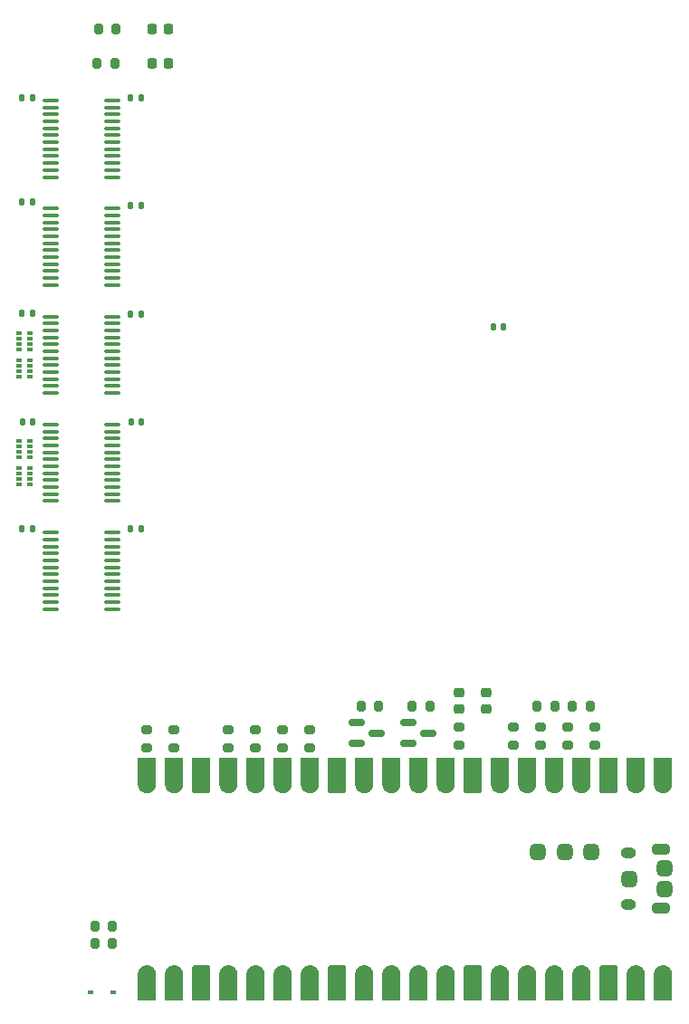
<source format=gbr>
%TF.GenerationSoftware,KiCad,Pcbnew,(6.0.9)*%
%TF.CreationDate,2023-02-25T15:14:18+00:00*%
%TF.ProjectId,Atom_VGA_Tube_Combo,41746f6d-5f56-4474-915f-547562655f43,rev?*%
%TF.SameCoordinates,Original*%
%TF.FileFunction,Paste,Top*%
%TF.FilePolarity,Positive*%
%FSLAX46Y46*%
G04 Gerber Fmt 4.6, Leading zero omitted, Abs format (unit mm)*
G04 Created by KiCad (PCBNEW (6.0.9)) date 2023-02-25 15:14:18*
%MOMM*%
%LPD*%
G01*
G04 APERTURE LIST*
G04 Aperture macros list*
%AMRoundRect*
0 Rectangle with rounded corners*
0 $1 Rounding radius*
0 $2 $3 $4 $5 $6 $7 $8 $9 X,Y pos of 4 corners*
0 Add a 4 corners polygon primitive as box body*
4,1,4,$2,$3,$4,$5,$6,$7,$8,$9,$2,$3,0*
0 Add four circle primitives for the rounded corners*
1,1,$1+$1,$2,$3*
1,1,$1+$1,$4,$5*
1,1,$1+$1,$6,$7*
1,1,$1+$1,$8,$9*
0 Add four rect primitives between the rounded corners*
20,1,$1+$1,$2,$3,$4,$5,0*
20,1,$1+$1,$4,$5,$6,$7,0*
20,1,$1+$1,$6,$7,$8,$9,0*
20,1,$1+$1,$8,$9,$2,$3,0*%
G04 Aperture macros list end*
%ADD10C,0.010000*%
%ADD11RoundRect,0.225000X0.250000X-0.225000X0.250000X0.225000X-0.250000X0.225000X-0.250000X-0.225000X0*%
%ADD12RoundRect,0.200000X0.200000X0.275000X-0.200000X0.275000X-0.200000X-0.275000X0.200000X-0.275000X0*%
%ADD13RoundRect,0.150000X-0.587500X-0.150000X0.587500X-0.150000X0.587500X0.150000X-0.587500X0.150000X0*%
%ADD14RoundRect,0.200000X0.275000X-0.200000X0.275000X0.200000X-0.275000X0.200000X-0.275000X-0.200000X0*%
%ADD15R,0.500000X0.320000*%
%ADD16RoundRect,0.140000X-0.140000X-0.170000X0.140000X-0.170000X0.140000X0.170000X-0.140000X0.170000X0*%
%ADD17RoundRect,0.200000X-0.200000X-0.275000X0.200000X-0.275000X0.200000X0.275000X-0.200000X0.275000X0*%
%ADD18RoundRect,0.100000X-0.637500X-0.100000X0.637500X-0.100000X0.637500X0.100000X-0.637500X0.100000X0*%
%ADD19RoundRect,0.225000X-0.250000X0.225000X-0.250000X-0.225000X0.250000X-0.225000X0.250000X0.225000X0*%
%ADD20O,1.800000X1.100000*%
%ADD21O,1.450000X1.050000*%
%ADD22RoundRect,0.450000X-0.300000X0.300000X-0.300000X-0.300000X0.300000X-0.300000X0.300000X0.300000X0*%
%ADD23RoundRect,0.140000X0.140000X0.170000X-0.140000X0.170000X-0.140000X-0.170000X0.140000X-0.170000X0*%
%ADD24R,0.600000X0.450000*%
%ADD25RoundRect,0.218750X0.218750X0.256250X-0.218750X0.256250X-0.218750X-0.256250X0.218750X-0.256250X0*%
G04 APERTURE END LIST*
%TO.C,U1*%
G36*
X105759500Y-110377500D02*
G01*
X105769500Y-110378500D01*
X105780500Y-110380500D01*
X105810500Y-110389500D01*
X105819500Y-110393500D01*
X105829500Y-110398500D01*
X105847500Y-110408500D01*
X105856500Y-110414500D01*
X105864500Y-110421500D01*
X105872500Y-110427500D01*
X105879500Y-110435500D01*
X105887500Y-110442500D01*
X105893500Y-110450500D01*
X105900500Y-110458500D01*
X105906500Y-110467500D01*
X105916500Y-110485500D01*
X105921500Y-110495500D01*
X105925500Y-110504500D01*
X105934500Y-110534500D01*
X105936500Y-110545500D01*
X105937500Y-110555500D01*
X105938500Y-110566500D01*
X105938500Y-113576500D01*
X104338500Y-113576500D01*
X104338500Y-110566500D01*
X104339500Y-110555500D01*
X104340500Y-110545500D01*
X104342500Y-110534500D01*
X104351500Y-110504500D01*
X104355500Y-110495500D01*
X104360500Y-110485500D01*
X104370500Y-110467500D01*
X104376500Y-110458500D01*
X104383500Y-110450500D01*
X104389500Y-110442500D01*
X104397500Y-110435500D01*
X104404500Y-110427500D01*
X104412500Y-110421500D01*
X104420500Y-110414500D01*
X104429500Y-110408500D01*
X104447500Y-110398500D01*
X104457500Y-110393500D01*
X104466500Y-110389500D01*
X104496500Y-110380500D01*
X104507500Y-110378500D01*
X104517500Y-110377500D01*
X104528500Y-110376500D01*
X105748500Y-110376500D01*
X105759500Y-110377500D01*
G37*
D10*
X105759500Y-110377500D02*
X105769500Y-110378500D01*
X105780500Y-110380500D01*
X105810500Y-110389500D01*
X105819500Y-110393500D01*
X105829500Y-110398500D01*
X105847500Y-110408500D01*
X105856500Y-110414500D01*
X105864500Y-110421500D01*
X105872500Y-110427500D01*
X105879500Y-110435500D01*
X105887500Y-110442500D01*
X105893500Y-110450500D01*
X105900500Y-110458500D01*
X105906500Y-110467500D01*
X105916500Y-110485500D01*
X105921500Y-110495500D01*
X105925500Y-110504500D01*
X105934500Y-110534500D01*
X105936500Y-110545500D01*
X105937500Y-110555500D01*
X105938500Y-110566500D01*
X105938500Y-113576500D01*
X104338500Y-113576500D01*
X104338500Y-110566500D01*
X104339500Y-110555500D01*
X104340500Y-110545500D01*
X104342500Y-110534500D01*
X104351500Y-110504500D01*
X104355500Y-110495500D01*
X104360500Y-110485500D01*
X104370500Y-110467500D01*
X104376500Y-110458500D01*
X104383500Y-110450500D01*
X104389500Y-110442500D01*
X104397500Y-110435500D01*
X104404500Y-110427500D01*
X104412500Y-110421500D01*
X104420500Y-110414500D01*
X104429500Y-110408500D01*
X104447500Y-110398500D01*
X104457500Y-110393500D01*
X104466500Y-110389500D01*
X104496500Y-110380500D01*
X104507500Y-110378500D01*
X104517500Y-110377500D01*
X104528500Y-110376500D01*
X105748500Y-110376500D01*
X105759500Y-110377500D01*
G36*
X108478500Y-93396500D02*
G01*
X108477500Y-93438500D01*
X108474500Y-93480500D01*
X108468500Y-93521500D01*
X108461500Y-93562500D01*
X108451500Y-93603500D01*
X108439500Y-93643500D01*
X108425500Y-93683500D01*
X108409500Y-93721500D01*
X108391500Y-93759500D01*
X108371500Y-93796500D01*
X108349500Y-93832500D01*
X108325500Y-93866500D01*
X108300500Y-93899500D01*
X108273500Y-93931500D01*
X108244500Y-93962500D01*
X108213500Y-93991500D01*
X108181500Y-94018500D01*
X108148500Y-94043500D01*
X108114500Y-94067500D01*
X108078500Y-94089500D01*
X108041500Y-94109500D01*
X108003500Y-94127500D01*
X107965500Y-94143500D01*
X107925500Y-94157500D01*
X107885500Y-94169500D01*
X107844500Y-94179500D01*
X107803500Y-94186500D01*
X107762500Y-94192500D01*
X107720500Y-94195500D01*
X107678500Y-94196500D01*
X107636500Y-94195500D01*
X107594500Y-94192500D01*
X107553500Y-94186500D01*
X107512500Y-94179500D01*
X107471500Y-94169500D01*
X107431500Y-94157500D01*
X107391500Y-94143500D01*
X107353500Y-94127500D01*
X107315500Y-94109500D01*
X107278500Y-94089500D01*
X107242500Y-94067500D01*
X107208500Y-94043500D01*
X107175500Y-94018500D01*
X107143500Y-93991500D01*
X107112500Y-93962500D01*
X107083500Y-93931500D01*
X107056500Y-93899500D01*
X107031500Y-93866500D01*
X107007500Y-93832500D01*
X106985500Y-93796500D01*
X106965500Y-93759500D01*
X106947500Y-93721500D01*
X106931500Y-93683500D01*
X106917500Y-93643500D01*
X106905500Y-93603500D01*
X106895500Y-93562500D01*
X106888500Y-93521500D01*
X106882500Y-93480500D01*
X106879500Y-93438500D01*
X106878500Y-93396500D01*
X106878500Y-90996500D01*
X108478500Y-90996500D01*
X108478500Y-93396500D01*
G37*
X108478500Y-93396500D02*
X108477500Y-93438500D01*
X108474500Y-93480500D01*
X108468500Y-93521500D01*
X108461500Y-93562500D01*
X108451500Y-93603500D01*
X108439500Y-93643500D01*
X108425500Y-93683500D01*
X108409500Y-93721500D01*
X108391500Y-93759500D01*
X108371500Y-93796500D01*
X108349500Y-93832500D01*
X108325500Y-93866500D01*
X108300500Y-93899500D01*
X108273500Y-93931500D01*
X108244500Y-93962500D01*
X108213500Y-93991500D01*
X108181500Y-94018500D01*
X108148500Y-94043500D01*
X108114500Y-94067500D01*
X108078500Y-94089500D01*
X108041500Y-94109500D01*
X108003500Y-94127500D01*
X107965500Y-94143500D01*
X107925500Y-94157500D01*
X107885500Y-94169500D01*
X107844500Y-94179500D01*
X107803500Y-94186500D01*
X107762500Y-94192500D01*
X107720500Y-94195500D01*
X107678500Y-94196500D01*
X107636500Y-94195500D01*
X107594500Y-94192500D01*
X107553500Y-94186500D01*
X107512500Y-94179500D01*
X107471500Y-94169500D01*
X107431500Y-94157500D01*
X107391500Y-94143500D01*
X107353500Y-94127500D01*
X107315500Y-94109500D01*
X107278500Y-94089500D01*
X107242500Y-94067500D01*
X107208500Y-94043500D01*
X107175500Y-94018500D01*
X107143500Y-93991500D01*
X107112500Y-93962500D01*
X107083500Y-93931500D01*
X107056500Y-93899500D01*
X107031500Y-93866500D01*
X107007500Y-93832500D01*
X106985500Y-93796500D01*
X106965500Y-93759500D01*
X106947500Y-93721500D01*
X106931500Y-93683500D01*
X106917500Y-93643500D01*
X106905500Y-93603500D01*
X106895500Y-93562500D01*
X106888500Y-93521500D01*
X106882500Y-93480500D01*
X106879500Y-93438500D01*
X106878500Y-93396500D01*
X106878500Y-90996500D01*
X108478500Y-90996500D01*
X108478500Y-93396500D01*
G36*
X128798500Y-93396500D02*
G01*
X128797500Y-93438500D01*
X128794500Y-93480500D01*
X128788500Y-93521500D01*
X128781500Y-93562500D01*
X128771500Y-93603500D01*
X128759500Y-93643500D01*
X128745500Y-93683500D01*
X128729500Y-93721500D01*
X128711500Y-93759500D01*
X128691500Y-93796500D01*
X128669500Y-93832500D01*
X128645500Y-93866500D01*
X128620500Y-93899500D01*
X128593500Y-93931500D01*
X128564500Y-93962500D01*
X128533500Y-93991500D01*
X128501500Y-94018500D01*
X128468500Y-94043500D01*
X128434500Y-94067500D01*
X128398500Y-94089500D01*
X128361500Y-94109500D01*
X128323500Y-94127500D01*
X128285500Y-94143500D01*
X128245500Y-94157500D01*
X128205500Y-94169500D01*
X128164500Y-94179500D01*
X128123500Y-94186500D01*
X128082500Y-94192500D01*
X128040500Y-94195500D01*
X127998500Y-94196500D01*
X127956500Y-94195500D01*
X127914500Y-94192500D01*
X127873500Y-94186500D01*
X127832500Y-94179500D01*
X127791500Y-94169500D01*
X127751500Y-94157500D01*
X127711500Y-94143500D01*
X127673500Y-94127500D01*
X127635500Y-94109500D01*
X127598500Y-94089500D01*
X127562500Y-94067500D01*
X127528500Y-94043500D01*
X127495500Y-94018500D01*
X127463500Y-93991500D01*
X127432500Y-93962500D01*
X127403500Y-93931500D01*
X127376500Y-93899500D01*
X127351500Y-93866500D01*
X127327500Y-93832500D01*
X127305500Y-93796500D01*
X127285500Y-93759500D01*
X127267500Y-93721500D01*
X127251500Y-93683500D01*
X127237500Y-93643500D01*
X127225500Y-93603500D01*
X127215500Y-93562500D01*
X127208500Y-93521500D01*
X127202500Y-93480500D01*
X127199500Y-93438500D01*
X127198500Y-93396500D01*
X127198500Y-90996500D01*
X128798500Y-90996500D01*
X128798500Y-93396500D01*
G37*
X128798500Y-93396500D02*
X128797500Y-93438500D01*
X128794500Y-93480500D01*
X128788500Y-93521500D01*
X128781500Y-93562500D01*
X128771500Y-93603500D01*
X128759500Y-93643500D01*
X128745500Y-93683500D01*
X128729500Y-93721500D01*
X128711500Y-93759500D01*
X128691500Y-93796500D01*
X128669500Y-93832500D01*
X128645500Y-93866500D01*
X128620500Y-93899500D01*
X128593500Y-93931500D01*
X128564500Y-93962500D01*
X128533500Y-93991500D01*
X128501500Y-94018500D01*
X128468500Y-94043500D01*
X128434500Y-94067500D01*
X128398500Y-94089500D01*
X128361500Y-94109500D01*
X128323500Y-94127500D01*
X128285500Y-94143500D01*
X128245500Y-94157500D01*
X128205500Y-94169500D01*
X128164500Y-94179500D01*
X128123500Y-94186500D01*
X128082500Y-94192500D01*
X128040500Y-94195500D01*
X127998500Y-94196500D01*
X127956500Y-94195500D01*
X127914500Y-94192500D01*
X127873500Y-94186500D01*
X127832500Y-94179500D01*
X127791500Y-94169500D01*
X127751500Y-94157500D01*
X127711500Y-94143500D01*
X127673500Y-94127500D01*
X127635500Y-94109500D01*
X127598500Y-94089500D01*
X127562500Y-94067500D01*
X127528500Y-94043500D01*
X127495500Y-94018500D01*
X127463500Y-93991500D01*
X127432500Y-93962500D01*
X127403500Y-93931500D01*
X127376500Y-93899500D01*
X127351500Y-93866500D01*
X127327500Y-93832500D01*
X127305500Y-93796500D01*
X127285500Y-93759500D01*
X127267500Y-93721500D01*
X127251500Y-93683500D01*
X127237500Y-93643500D01*
X127225500Y-93603500D01*
X127215500Y-93562500D01*
X127208500Y-93521500D01*
X127202500Y-93480500D01*
X127199500Y-93438500D01*
X127198500Y-93396500D01*
X127198500Y-90996500D01*
X128798500Y-90996500D01*
X128798500Y-93396500D01*
G36*
X95020500Y-110377500D02*
G01*
X95062500Y-110380500D01*
X95103500Y-110386500D01*
X95144500Y-110393500D01*
X95185500Y-110403500D01*
X95225500Y-110415500D01*
X95265500Y-110429500D01*
X95303500Y-110445500D01*
X95341500Y-110463500D01*
X95378500Y-110483500D01*
X95414500Y-110505500D01*
X95448500Y-110529500D01*
X95481500Y-110554500D01*
X95513500Y-110581500D01*
X95544500Y-110610500D01*
X95573500Y-110641500D01*
X95600500Y-110673500D01*
X95625500Y-110706500D01*
X95649500Y-110740500D01*
X95671500Y-110776500D01*
X95691500Y-110813500D01*
X95709500Y-110851500D01*
X95725500Y-110889500D01*
X95739500Y-110929500D01*
X95751500Y-110969500D01*
X95761500Y-111010500D01*
X95768500Y-111051500D01*
X95774500Y-111092500D01*
X95777500Y-111134500D01*
X95778500Y-111176500D01*
X95778500Y-113576500D01*
X94178500Y-113576500D01*
X94178500Y-111176500D01*
X94179500Y-111134500D01*
X94182500Y-111092500D01*
X94188500Y-111051500D01*
X94195500Y-111010500D01*
X94205500Y-110969500D01*
X94217500Y-110929500D01*
X94231500Y-110889500D01*
X94247500Y-110851500D01*
X94265500Y-110813500D01*
X94285500Y-110776500D01*
X94307500Y-110740500D01*
X94331500Y-110706500D01*
X94356500Y-110673500D01*
X94383500Y-110641500D01*
X94412500Y-110610500D01*
X94443500Y-110581500D01*
X94475500Y-110554500D01*
X94508500Y-110529500D01*
X94542500Y-110505500D01*
X94578500Y-110483500D01*
X94615500Y-110463500D01*
X94653500Y-110445500D01*
X94691500Y-110429500D01*
X94731500Y-110415500D01*
X94771500Y-110403500D01*
X94812500Y-110393500D01*
X94853500Y-110386500D01*
X94894500Y-110380500D01*
X94936500Y-110377500D01*
X94978500Y-110376500D01*
X95020500Y-110377500D01*
G37*
X95020500Y-110377500D02*
X95062500Y-110380500D01*
X95103500Y-110386500D01*
X95144500Y-110393500D01*
X95185500Y-110403500D01*
X95225500Y-110415500D01*
X95265500Y-110429500D01*
X95303500Y-110445500D01*
X95341500Y-110463500D01*
X95378500Y-110483500D01*
X95414500Y-110505500D01*
X95448500Y-110529500D01*
X95481500Y-110554500D01*
X95513500Y-110581500D01*
X95544500Y-110610500D01*
X95573500Y-110641500D01*
X95600500Y-110673500D01*
X95625500Y-110706500D01*
X95649500Y-110740500D01*
X95671500Y-110776500D01*
X95691500Y-110813500D01*
X95709500Y-110851500D01*
X95725500Y-110889500D01*
X95739500Y-110929500D01*
X95751500Y-110969500D01*
X95761500Y-111010500D01*
X95768500Y-111051500D01*
X95774500Y-111092500D01*
X95777500Y-111134500D01*
X95778500Y-111176500D01*
X95778500Y-113576500D01*
X94178500Y-113576500D01*
X94178500Y-111176500D01*
X94179500Y-111134500D01*
X94182500Y-111092500D01*
X94188500Y-111051500D01*
X94195500Y-111010500D01*
X94205500Y-110969500D01*
X94217500Y-110929500D01*
X94231500Y-110889500D01*
X94247500Y-110851500D01*
X94265500Y-110813500D01*
X94285500Y-110776500D01*
X94307500Y-110740500D01*
X94331500Y-110706500D01*
X94356500Y-110673500D01*
X94383500Y-110641500D01*
X94412500Y-110610500D01*
X94443500Y-110581500D01*
X94475500Y-110554500D01*
X94508500Y-110529500D01*
X94542500Y-110505500D01*
X94578500Y-110483500D01*
X94615500Y-110463500D01*
X94653500Y-110445500D01*
X94691500Y-110429500D01*
X94731500Y-110415500D01*
X94771500Y-110403500D01*
X94812500Y-110393500D01*
X94853500Y-110386500D01*
X94894500Y-110380500D01*
X94936500Y-110377500D01*
X94978500Y-110376500D01*
X95020500Y-110377500D01*
G36*
X122960500Y-110377500D02*
G01*
X123002500Y-110380500D01*
X123043500Y-110386500D01*
X123084500Y-110393500D01*
X123125500Y-110403500D01*
X123165500Y-110415500D01*
X123205500Y-110429500D01*
X123243500Y-110445500D01*
X123281500Y-110463500D01*
X123318500Y-110483500D01*
X123354500Y-110505500D01*
X123388500Y-110529500D01*
X123421500Y-110554500D01*
X123453500Y-110581500D01*
X123484500Y-110610500D01*
X123513500Y-110641500D01*
X123540500Y-110673500D01*
X123565500Y-110706500D01*
X123589500Y-110740500D01*
X123611500Y-110776500D01*
X123631500Y-110813500D01*
X123649500Y-110851500D01*
X123665500Y-110889500D01*
X123679500Y-110929500D01*
X123691500Y-110969500D01*
X123701500Y-111010500D01*
X123708500Y-111051500D01*
X123714500Y-111092500D01*
X123717500Y-111134500D01*
X123718500Y-111176500D01*
X123718500Y-113576500D01*
X122118500Y-113576500D01*
X122118500Y-111176500D01*
X122119500Y-111134500D01*
X122122500Y-111092500D01*
X122128500Y-111051500D01*
X122135500Y-111010500D01*
X122145500Y-110969500D01*
X122157500Y-110929500D01*
X122171500Y-110889500D01*
X122187500Y-110851500D01*
X122205500Y-110813500D01*
X122225500Y-110776500D01*
X122247500Y-110740500D01*
X122271500Y-110706500D01*
X122296500Y-110673500D01*
X122323500Y-110641500D01*
X122352500Y-110610500D01*
X122383500Y-110581500D01*
X122415500Y-110554500D01*
X122448500Y-110529500D01*
X122482500Y-110505500D01*
X122518500Y-110483500D01*
X122555500Y-110463500D01*
X122593500Y-110445500D01*
X122631500Y-110429500D01*
X122671500Y-110415500D01*
X122711500Y-110403500D01*
X122752500Y-110393500D01*
X122793500Y-110386500D01*
X122834500Y-110380500D01*
X122876500Y-110377500D01*
X122918500Y-110376500D01*
X122960500Y-110377500D01*
G37*
X122960500Y-110377500D02*
X123002500Y-110380500D01*
X123043500Y-110386500D01*
X123084500Y-110393500D01*
X123125500Y-110403500D01*
X123165500Y-110415500D01*
X123205500Y-110429500D01*
X123243500Y-110445500D01*
X123281500Y-110463500D01*
X123318500Y-110483500D01*
X123354500Y-110505500D01*
X123388500Y-110529500D01*
X123421500Y-110554500D01*
X123453500Y-110581500D01*
X123484500Y-110610500D01*
X123513500Y-110641500D01*
X123540500Y-110673500D01*
X123565500Y-110706500D01*
X123589500Y-110740500D01*
X123611500Y-110776500D01*
X123631500Y-110813500D01*
X123649500Y-110851500D01*
X123665500Y-110889500D01*
X123679500Y-110929500D01*
X123691500Y-110969500D01*
X123701500Y-111010500D01*
X123708500Y-111051500D01*
X123714500Y-111092500D01*
X123717500Y-111134500D01*
X123718500Y-111176500D01*
X123718500Y-113576500D01*
X122118500Y-113576500D01*
X122118500Y-111176500D01*
X122119500Y-111134500D01*
X122122500Y-111092500D01*
X122128500Y-111051500D01*
X122135500Y-111010500D01*
X122145500Y-110969500D01*
X122157500Y-110929500D01*
X122171500Y-110889500D01*
X122187500Y-110851500D01*
X122205500Y-110813500D01*
X122225500Y-110776500D01*
X122247500Y-110740500D01*
X122271500Y-110706500D01*
X122296500Y-110673500D01*
X122323500Y-110641500D01*
X122352500Y-110610500D01*
X122383500Y-110581500D01*
X122415500Y-110554500D01*
X122448500Y-110529500D01*
X122482500Y-110505500D01*
X122518500Y-110483500D01*
X122555500Y-110463500D01*
X122593500Y-110445500D01*
X122631500Y-110429500D01*
X122671500Y-110415500D01*
X122711500Y-110403500D01*
X122752500Y-110393500D01*
X122793500Y-110386500D01*
X122834500Y-110380500D01*
X122876500Y-110377500D01*
X122918500Y-110376500D01*
X122960500Y-110377500D01*
G36*
X89940500Y-110377500D02*
G01*
X89982500Y-110380500D01*
X90023500Y-110386500D01*
X90064500Y-110393500D01*
X90105500Y-110403500D01*
X90145500Y-110415500D01*
X90185500Y-110429500D01*
X90223500Y-110445500D01*
X90261500Y-110463500D01*
X90298500Y-110483500D01*
X90334500Y-110505500D01*
X90368500Y-110529500D01*
X90401500Y-110554500D01*
X90433500Y-110581500D01*
X90464500Y-110610500D01*
X90493500Y-110641500D01*
X90520500Y-110673500D01*
X90545500Y-110706500D01*
X90569500Y-110740500D01*
X90591500Y-110776500D01*
X90611500Y-110813500D01*
X90629500Y-110851500D01*
X90645500Y-110889500D01*
X90659500Y-110929500D01*
X90671500Y-110969500D01*
X90681500Y-111010500D01*
X90688500Y-111051500D01*
X90694500Y-111092500D01*
X90697500Y-111134500D01*
X90698500Y-111176500D01*
X90698500Y-113576500D01*
X89098500Y-113576500D01*
X89098500Y-111176500D01*
X89099500Y-111134500D01*
X89102500Y-111092500D01*
X89108500Y-111051500D01*
X89115500Y-111010500D01*
X89125500Y-110969500D01*
X89137500Y-110929500D01*
X89151500Y-110889500D01*
X89167500Y-110851500D01*
X89185500Y-110813500D01*
X89205500Y-110776500D01*
X89227500Y-110740500D01*
X89251500Y-110706500D01*
X89276500Y-110673500D01*
X89303500Y-110641500D01*
X89332500Y-110610500D01*
X89363500Y-110581500D01*
X89395500Y-110554500D01*
X89428500Y-110529500D01*
X89462500Y-110505500D01*
X89498500Y-110483500D01*
X89535500Y-110463500D01*
X89573500Y-110445500D01*
X89611500Y-110429500D01*
X89651500Y-110415500D01*
X89691500Y-110403500D01*
X89732500Y-110393500D01*
X89773500Y-110386500D01*
X89814500Y-110380500D01*
X89856500Y-110377500D01*
X89898500Y-110376500D01*
X89940500Y-110377500D01*
G37*
X89940500Y-110377500D02*
X89982500Y-110380500D01*
X90023500Y-110386500D01*
X90064500Y-110393500D01*
X90105500Y-110403500D01*
X90145500Y-110415500D01*
X90185500Y-110429500D01*
X90223500Y-110445500D01*
X90261500Y-110463500D01*
X90298500Y-110483500D01*
X90334500Y-110505500D01*
X90368500Y-110529500D01*
X90401500Y-110554500D01*
X90433500Y-110581500D01*
X90464500Y-110610500D01*
X90493500Y-110641500D01*
X90520500Y-110673500D01*
X90545500Y-110706500D01*
X90569500Y-110740500D01*
X90591500Y-110776500D01*
X90611500Y-110813500D01*
X90629500Y-110851500D01*
X90645500Y-110889500D01*
X90659500Y-110929500D01*
X90671500Y-110969500D01*
X90681500Y-111010500D01*
X90688500Y-111051500D01*
X90694500Y-111092500D01*
X90697500Y-111134500D01*
X90698500Y-111176500D01*
X90698500Y-113576500D01*
X89098500Y-113576500D01*
X89098500Y-111176500D01*
X89099500Y-111134500D01*
X89102500Y-111092500D01*
X89108500Y-111051500D01*
X89115500Y-111010500D01*
X89125500Y-110969500D01*
X89137500Y-110929500D01*
X89151500Y-110889500D01*
X89167500Y-110851500D01*
X89185500Y-110813500D01*
X89205500Y-110776500D01*
X89227500Y-110740500D01*
X89251500Y-110706500D01*
X89276500Y-110673500D01*
X89303500Y-110641500D01*
X89332500Y-110610500D01*
X89363500Y-110581500D01*
X89395500Y-110554500D01*
X89428500Y-110529500D01*
X89462500Y-110505500D01*
X89498500Y-110483500D01*
X89535500Y-110463500D01*
X89573500Y-110445500D01*
X89611500Y-110429500D01*
X89651500Y-110415500D01*
X89691500Y-110403500D01*
X89732500Y-110393500D01*
X89773500Y-110386500D01*
X89814500Y-110380500D01*
X89856500Y-110377500D01*
X89898500Y-110376500D01*
X89940500Y-110377500D01*
G36*
X95778500Y-93396500D02*
G01*
X95777500Y-93438500D01*
X95774500Y-93480500D01*
X95768500Y-93521500D01*
X95761500Y-93562500D01*
X95751500Y-93603500D01*
X95739500Y-93643500D01*
X95725500Y-93683500D01*
X95709500Y-93721500D01*
X95691500Y-93759500D01*
X95671500Y-93796500D01*
X95649500Y-93832500D01*
X95625500Y-93866500D01*
X95600500Y-93899500D01*
X95573500Y-93931500D01*
X95544500Y-93962500D01*
X95513500Y-93991500D01*
X95481500Y-94018500D01*
X95448500Y-94043500D01*
X95414500Y-94067500D01*
X95378500Y-94089500D01*
X95341500Y-94109500D01*
X95303500Y-94127500D01*
X95265500Y-94143500D01*
X95225500Y-94157500D01*
X95185500Y-94169500D01*
X95144500Y-94179500D01*
X95103500Y-94186500D01*
X95062500Y-94192500D01*
X95020500Y-94195500D01*
X94978500Y-94196500D01*
X94936500Y-94195500D01*
X94894500Y-94192500D01*
X94853500Y-94186500D01*
X94812500Y-94179500D01*
X94771500Y-94169500D01*
X94731500Y-94157500D01*
X94691500Y-94143500D01*
X94653500Y-94127500D01*
X94615500Y-94109500D01*
X94578500Y-94089500D01*
X94542500Y-94067500D01*
X94508500Y-94043500D01*
X94475500Y-94018500D01*
X94443500Y-93991500D01*
X94412500Y-93962500D01*
X94383500Y-93931500D01*
X94356500Y-93899500D01*
X94331500Y-93866500D01*
X94307500Y-93832500D01*
X94285500Y-93796500D01*
X94265500Y-93759500D01*
X94247500Y-93721500D01*
X94231500Y-93683500D01*
X94217500Y-93643500D01*
X94205500Y-93603500D01*
X94195500Y-93562500D01*
X94188500Y-93521500D01*
X94182500Y-93480500D01*
X94179500Y-93438500D01*
X94178500Y-93396500D01*
X94178500Y-90996500D01*
X95778500Y-90996500D01*
X95778500Y-93396500D01*
G37*
X95778500Y-93396500D02*
X95777500Y-93438500D01*
X95774500Y-93480500D01*
X95768500Y-93521500D01*
X95761500Y-93562500D01*
X95751500Y-93603500D01*
X95739500Y-93643500D01*
X95725500Y-93683500D01*
X95709500Y-93721500D01*
X95691500Y-93759500D01*
X95671500Y-93796500D01*
X95649500Y-93832500D01*
X95625500Y-93866500D01*
X95600500Y-93899500D01*
X95573500Y-93931500D01*
X95544500Y-93962500D01*
X95513500Y-93991500D01*
X95481500Y-94018500D01*
X95448500Y-94043500D01*
X95414500Y-94067500D01*
X95378500Y-94089500D01*
X95341500Y-94109500D01*
X95303500Y-94127500D01*
X95265500Y-94143500D01*
X95225500Y-94157500D01*
X95185500Y-94169500D01*
X95144500Y-94179500D01*
X95103500Y-94186500D01*
X95062500Y-94192500D01*
X95020500Y-94195500D01*
X94978500Y-94196500D01*
X94936500Y-94195500D01*
X94894500Y-94192500D01*
X94853500Y-94186500D01*
X94812500Y-94179500D01*
X94771500Y-94169500D01*
X94731500Y-94157500D01*
X94691500Y-94143500D01*
X94653500Y-94127500D01*
X94615500Y-94109500D01*
X94578500Y-94089500D01*
X94542500Y-94067500D01*
X94508500Y-94043500D01*
X94475500Y-94018500D01*
X94443500Y-93991500D01*
X94412500Y-93962500D01*
X94383500Y-93931500D01*
X94356500Y-93899500D01*
X94331500Y-93866500D01*
X94307500Y-93832500D01*
X94285500Y-93796500D01*
X94265500Y-93759500D01*
X94247500Y-93721500D01*
X94231500Y-93683500D01*
X94217500Y-93643500D01*
X94205500Y-93603500D01*
X94195500Y-93562500D01*
X94188500Y-93521500D01*
X94182500Y-93480500D01*
X94179500Y-93438500D01*
X94178500Y-93396500D01*
X94178500Y-90996500D01*
X95778500Y-90996500D01*
X95778500Y-93396500D01*
G36*
X93238500Y-94006500D02*
G01*
X93237500Y-94017500D01*
X93236500Y-94027500D01*
X93234500Y-94038500D01*
X93225500Y-94068500D01*
X93221500Y-94077500D01*
X93216500Y-94087500D01*
X93206500Y-94105500D01*
X93200500Y-94114500D01*
X93193500Y-94122500D01*
X93187500Y-94130500D01*
X93179500Y-94137500D01*
X93172500Y-94145500D01*
X93164500Y-94151500D01*
X93156500Y-94158500D01*
X93147500Y-94164500D01*
X93129500Y-94174500D01*
X93119500Y-94179500D01*
X93110500Y-94183500D01*
X93080500Y-94192500D01*
X93069500Y-94194500D01*
X93059500Y-94195500D01*
X93048500Y-94196500D01*
X91828500Y-94196500D01*
X91817500Y-94195500D01*
X91807500Y-94194500D01*
X91796500Y-94192500D01*
X91766500Y-94183500D01*
X91757500Y-94179500D01*
X91747500Y-94174500D01*
X91729500Y-94164500D01*
X91720500Y-94158500D01*
X91712500Y-94151500D01*
X91704500Y-94145500D01*
X91697500Y-94137500D01*
X91689500Y-94130500D01*
X91683500Y-94122500D01*
X91676500Y-94114500D01*
X91670500Y-94105500D01*
X91660500Y-94087500D01*
X91655500Y-94077500D01*
X91651500Y-94068500D01*
X91642500Y-94038500D01*
X91640500Y-94027500D01*
X91639500Y-94017500D01*
X91638500Y-94006500D01*
X91638500Y-90996500D01*
X93238500Y-90996500D01*
X93238500Y-94006500D01*
G37*
X93238500Y-94006500D02*
X93237500Y-94017500D01*
X93236500Y-94027500D01*
X93234500Y-94038500D01*
X93225500Y-94068500D01*
X93221500Y-94077500D01*
X93216500Y-94087500D01*
X93206500Y-94105500D01*
X93200500Y-94114500D01*
X93193500Y-94122500D01*
X93187500Y-94130500D01*
X93179500Y-94137500D01*
X93172500Y-94145500D01*
X93164500Y-94151500D01*
X93156500Y-94158500D01*
X93147500Y-94164500D01*
X93129500Y-94174500D01*
X93119500Y-94179500D01*
X93110500Y-94183500D01*
X93080500Y-94192500D01*
X93069500Y-94194500D01*
X93059500Y-94195500D01*
X93048500Y-94196500D01*
X91828500Y-94196500D01*
X91817500Y-94195500D01*
X91807500Y-94194500D01*
X91796500Y-94192500D01*
X91766500Y-94183500D01*
X91757500Y-94179500D01*
X91747500Y-94174500D01*
X91729500Y-94164500D01*
X91720500Y-94158500D01*
X91712500Y-94151500D01*
X91704500Y-94145500D01*
X91697500Y-94137500D01*
X91689500Y-94130500D01*
X91683500Y-94122500D01*
X91676500Y-94114500D01*
X91670500Y-94105500D01*
X91660500Y-94087500D01*
X91655500Y-94077500D01*
X91651500Y-94068500D01*
X91642500Y-94038500D01*
X91640500Y-94027500D01*
X91639500Y-94017500D01*
X91638500Y-94006500D01*
X91638500Y-90996500D01*
X93238500Y-90996500D01*
X93238500Y-94006500D01*
G36*
X123718500Y-93396500D02*
G01*
X123717500Y-93438500D01*
X123714500Y-93480500D01*
X123708500Y-93521500D01*
X123701500Y-93562500D01*
X123691500Y-93603500D01*
X123679500Y-93643500D01*
X123665500Y-93683500D01*
X123649500Y-93721500D01*
X123631500Y-93759500D01*
X123611500Y-93796500D01*
X123589500Y-93832500D01*
X123565500Y-93866500D01*
X123540500Y-93899500D01*
X123513500Y-93931500D01*
X123484500Y-93962500D01*
X123453500Y-93991500D01*
X123421500Y-94018500D01*
X123388500Y-94043500D01*
X123354500Y-94067500D01*
X123318500Y-94089500D01*
X123281500Y-94109500D01*
X123243500Y-94127500D01*
X123205500Y-94143500D01*
X123165500Y-94157500D01*
X123125500Y-94169500D01*
X123084500Y-94179500D01*
X123043500Y-94186500D01*
X123002500Y-94192500D01*
X122960500Y-94195500D01*
X122918500Y-94196500D01*
X122876500Y-94195500D01*
X122834500Y-94192500D01*
X122793500Y-94186500D01*
X122752500Y-94179500D01*
X122711500Y-94169500D01*
X122671500Y-94157500D01*
X122631500Y-94143500D01*
X122593500Y-94127500D01*
X122555500Y-94109500D01*
X122518500Y-94089500D01*
X122482500Y-94067500D01*
X122448500Y-94043500D01*
X122415500Y-94018500D01*
X122383500Y-93991500D01*
X122352500Y-93962500D01*
X122323500Y-93931500D01*
X122296500Y-93899500D01*
X122271500Y-93866500D01*
X122247500Y-93832500D01*
X122225500Y-93796500D01*
X122205500Y-93759500D01*
X122187500Y-93721500D01*
X122171500Y-93683500D01*
X122157500Y-93643500D01*
X122145500Y-93603500D01*
X122135500Y-93562500D01*
X122128500Y-93521500D01*
X122122500Y-93480500D01*
X122119500Y-93438500D01*
X122118500Y-93396500D01*
X122118500Y-90996500D01*
X123718500Y-90996500D01*
X123718500Y-93396500D01*
G37*
X123718500Y-93396500D02*
X123717500Y-93438500D01*
X123714500Y-93480500D01*
X123708500Y-93521500D01*
X123701500Y-93562500D01*
X123691500Y-93603500D01*
X123679500Y-93643500D01*
X123665500Y-93683500D01*
X123649500Y-93721500D01*
X123631500Y-93759500D01*
X123611500Y-93796500D01*
X123589500Y-93832500D01*
X123565500Y-93866500D01*
X123540500Y-93899500D01*
X123513500Y-93931500D01*
X123484500Y-93962500D01*
X123453500Y-93991500D01*
X123421500Y-94018500D01*
X123388500Y-94043500D01*
X123354500Y-94067500D01*
X123318500Y-94089500D01*
X123281500Y-94109500D01*
X123243500Y-94127500D01*
X123205500Y-94143500D01*
X123165500Y-94157500D01*
X123125500Y-94169500D01*
X123084500Y-94179500D01*
X123043500Y-94186500D01*
X123002500Y-94192500D01*
X122960500Y-94195500D01*
X122918500Y-94196500D01*
X122876500Y-94195500D01*
X122834500Y-94192500D01*
X122793500Y-94186500D01*
X122752500Y-94179500D01*
X122711500Y-94169500D01*
X122671500Y-94157500D01*
X122631500Y-94143500D01*
X122593500Y-94127500D01*
X122555500Y-94109500D01*
X122518500Y-94089500D01*
X122482500Y-94067500D01*
X122448500Y-94043500D01*
X122415500Y-94018500D01*
X122383500Y-93991500D01*
X122352500Y-93962500D01*
X122323500Y-93931500D01*
X122296500Y-93899500D01*
X122271500Y-93866500D01*
X122247500Y-93832500D01*
X122225500Y-93796500D01*
X122205500Y-93759500D01*
X122187500Y-93721500D01*
X122171500Y-93683500D01*
X122157500Y-93643500D01*
X122145500Y-93603500D01*
X122135500Y-93562500D01*
X122128500Y-93521500D01*
X122122500Y-93480500D01*
X122119500Y-93438500D01*
X122118500Y-93396500D01*
X122118500Y-90996500D01*
X123718500Y-90996500D01*
X123718500Y-93396500D01*
G36*
X128040500Y-110377500D02*
G01*
X128082500Y-110380500D01*
X128123500Y-110386500D01*
X128164500Y-110393500D01*
X128205500Y-110403500D01*
X128245500Y-110415500D01*
X128285500Y-110429500D01*
X128323500Y-110445500D01*
X128361500Y-110463500D01*
X128398500Y-110483500D01*
X128434500Y-110505500D01*
X128468500Y-110529500D01*
X128501500Y-110554500D01*
X128533500Y-110581500D01*
X128564500Y-110610500D01*
X128593500Y-110641500D01*
X128620500Y-110673500D01*
X128645500Y-110706500D01*
X128669500Y-110740500D01*
X128691500Y-110776500D01*
X128711500Y-110813500D01*
X128729500Y-110851500D01*
X128745500Y-110889500D01*
X128759500Y-110929500D01*
X128771500Y-110969500D01*
X128781500Y-111010500D01*
X128788500Y-111051500D01*
X128794500Y-111092500D01*
X128797500Y-111134500D01*
X128798500Y-111176500D01*
X128798500Y-113576500D01*
X127198500Y-113576500D01*
X127198500Y-111176500D01*
X127199500Y-111134500D01*
X127202500Y-111092500D01*
X127208500Y-111051500D01*
X127215500Y-111010500D01*
X127225500Y-110969500D01*
X127237500Y-110929500D01*
X127251500Y-110889500D01*
X127267500Y-110851500D01*
X127285500Y-110813500D01*
X127305500Y-110776500D01*
X127327500Y-110740500D01*
X127351500Y-110706500D01*
X127376500Y-110673500D01*
X127403500Y-110641500D01*
X127432500Y-110610500D01*
X127463500Y-110581500D01*
X127495500Y-110554500D01*
X127528500Y-110529500D01*
X127562500Y-110505500D01*
X127598500Y-110483500D01*
X127635500Y-110463500D01*
X127673500Y-110445500D01*
X127711500Y-110429500D01*
X127751500Y-110415500D01*
X127791500Y-110403500D01*
X127832500Y-110393500D01*
X127873500Y-110386500D01*
X127914500Y-110380500D01*
X127956500Y-110377500D01*
X127998500Y-110376500D01*
X128040500Y-110377500D01*
G37*
X128040500Y-110377500D02*
X128082500Y-110380500D01*
X128123500Y-110386500D01*
X128164500Y-110393500D01*
X128205500Y-110403500D01*
X128245500Y-110415500D01*
X128285500Y-110429500D01*
X128323500Y-110445500D01*
X128361500Y-110463500D01*
X128398500Y-110483500D01*
X128434500Y-110505500D01*
X128468500Y-110529500D01*
X128501500Y-110554500D01*
X128533500Y-110581500D01*
X128564500Y-110610500D01*
X128593500Y-110641500D01*
X128620500Y-110673500D01*
X128645500Y-110706500D01*
X128669500Y-110740500D01*
X128691500Y-110776500D01*
X128711500Y-110813500D01*
X128729500Y-110851500D01*
X128745500Y-110889500D01*
X128759500Y-110929500D01*
X128771500Y-110969500D01*
X128781500Y-111010500D01*
X128788500Y-111051500D01*
X128794500Y-111092500D01*
X128797500Y-111134500D01*
X128798500Y-111176500D01*
X128798500Y-113576500D01*
X127198500Y-113576500D01*
X127198500Y-111176500D01*
X127199500Y-111134500D01*
X127202500Y-111092500D01*
X127208500Y-111051500D01*
X127215500Y-111010500D01*
X127225500Y-110969500D01*
X127237500Y-110929500D01*
X127251500Y-110889500D01*
X127267500Y-110851500D01*
X127285500Y-110813500D01*
X127305500Y-110776500D01*
X127327500Y-110740500D01*
X127351500Y-110706500D01*
X127376500Y-110673500D01*
X127403500Y-110641500D01*
X127432500Y-110610500D01*
X127463500Y-110581500D01*
X127495500Y-110554500D01*
X127528500Y-110529500D01*
X127562500Y-110505500D01*
X127598500Y-110483500D01*
X127635500Y-110463500D01*
X127673500Y-110445500D01*
X127711500Y-110429500D01*
X127751500Y-110415500D01*
X127791500Y-110403500D01*
X127832500Y-110393500D01*
X127873500Y-110386500D01*
X127914500Y-110380500D01*
X127956500Y-110377500D01*
X127998500Y-110376500D01*
X128040500Y-110377500D01*
G36*
X118638500Y-94006500D02*
G01*
X118637500Y-94017500D01*
X118636500Y-94027500D01*
X118634500Y-94038500D01*
X118625500Y-94068500D01*
X118621500Y-94077500D01*
X118616500Y-94087500D01*
X118606500Y-94105500D01*
X118600500Y-94114500D01*
X118593500Y-94122500D01*
X118587500Y-94130500D01*
X118579500Y-94137500D01*
X118572500Y-94145500D01*
X118564500Y-94151500D01*
X118556500Y-94158500D01*
X118547500Y-94164500D01*
X118529500Y-94174500D01*
X118519500Y-94179500D01*
X118510500Y-94183500D01*
X118480500Y-94192500D01*
X118469500Y-94194500D01*
X118459500Y-94195500D01*
X118448500Y-94196500D01*
X117228500Y-94196500D01*
X117217500Y-94195500D01*
X117207500Y-94194500D01*
X117196500Y-94192500D01*
X117166500Y-94183500D01*
X117157500Y-94179500D01*
X117147500Y-94174500D01*
X117129500Y-94164500D01*
X117120500Y-94158500D01*
X117112500Y-94151500D01*
X117104500Y-94145500D01*
X117097500Y-94137500D01*
X117089500Y-94130500D01*
X117083500Y-94122500D01*
X117076500Y-94114500D01*
X117070500Y-94105500D01*
X117060500Y-94087500D01*
X117055500Y-94077500D01*
X117051500Y-94068500D01*
X117042500Y-94038500D01*
X117040500Y-94027500D01*
X117039500Y-94017500D01*
X117038500Y-94006500D01*
X117038500Y-90996500D01*
X118638500Y-90996500D01*
X118638500Y-94006500D01*
G37*
X118638500Y-94006500D02*
X118637500Y-94017500D01*
X118636500Y-94027500D01*
X118634500Y-94038500D01*
X118625500Y-94068500D01*
X118621500Y-94077500D01*
X118616500Y-94087500D01*
X118606500Y-94105500D01*
X118600500Y-94114500D01*
X118593500Y-94122500D01*
X118587500Y-94130500D01*
X118579500Y-94137500D01*
X118572500Y-94145500D01*
X118564500Y-94151500D01*
X118556500Y-94158500D01*
X118547500Y-94164500D01*
X118529500Y-94174500D01*
X118519500Y-94179500D01*
X118510500Y-94183500D01*
X118480500Y-94192500D01*
X118469500Y-94194500D01*
X118459500Y-94195500D01*
X118448500Y-94196500D01*
X117228500Y-94196500D01*
X117217500Y-94195500D01*
X117207500Y-94194500D01*
X117196500Y-94192500D01*
X117166500Y-94183500D01*
X117157500Y-94179500D01*
X117147500Y-94174500D01*
X117129500Y-94164500D01*
X117120500Y-94158500D01*
X117112500Y-94151500D01*
X117104500Y-94145500D01*
X117097500Y-94137500D01*
X117089500Y-94130500D01*
X117083500Y-94122500D01*
X117076500Y-94114500D01*
X117070500Y-94105500D01*
X117060500Y-94087500D01*
X117055500Y-94077500D01*
X117051500Y-94068500D01*
X117042500Y-94038500D01*
X117040500Y-94027500D01*
X117039500Y-94017500D01*
X117038500Y-94006500D01*
X117038500Y-90996500D01*
X118638500Y-90996500D01*
X118638500Y-94006500D01*
G36*
X125500500Y-110377500D02*
G01*
X125542500Y-110380500D01*
X125583500Y-110386500D01*
X125624500Y-110393500D01*
X125665500Y-110403500D01*
X125705500Y-110415500D01*
X125745500Y-110429500D01*
X125783500Y-110445500D01*
X125821500Y-110463500D01*
X125858500Y-110483500D01*
X125894500Y-110505500D01*
X125928500Y-110529500D01*
X125961500Y-110554500D01*
X125993500Y-110581500D01*
X126024500Y-110610500D01*
X126053500Y-110641500D01*
X126080500Y-110673500D01*
X126105500Y-110706500D01*
X126129500Y-110740500D01*
X126151500Y-110776500D01*
X126171500Y-110813500D01*
X126189500Y-110851500D01*
X126205500Y-110889500D01*
X126219500Y-110929500D01*
X126231500Y-110969500D01*
X126241500Y-111010500D01*
X126248500Y-111051500D01*
X126254500Y-111092500D01*
X126257500Y-111134500D01*
X126258500Y-111176500D01*
X126258500Y-113576500D01*
X124658500Y-113576500D01*
X124658500Y-111176500D01*
X124659500Y-111134500D01*
X124662500Y-111092500D01*
X124668500Y-111051500D01*
X124675500Y-111010500D01*
X124685500Y-110969500D01*
X124697500Y-110929500D01*
X124711500Y-110889500D01*
X124727500Y-110851500D01*
X124745500Y-110813500D01*
X124765500Y-110776500D01*
X124787500Y-110740500D01*
X124811500Y-110706500D01*
X124836500Y-110673500D01*
X124863500Y-110641500D01*
X124892500Y-110610500D01*
X124923500Y-110581500D01*
X124955500Y-110554500D01*
X124988500Y-110529500D01*
X125022500Y-110505500D01*
X125058500Y-110483500D01*
X125095500Y-110463500D01*
X125133500Y-110445500D01*
X125171500Y-110429500D01*
X125211500Y-110415500D01*
X125251500Y-110403500D01*
X125292500Y-110393500D01*
X125333500Y-110386500D01*
X125374500Y-110380500D01*
X125416500Y-110377500D01*
X125458500Y-110376500D01*
X125500500Y-110377500D01*
G37*
X125500500Y-110377500D02*
X125542500Y-110380500D01*
X125583500Y-110386500D01*
X125624500Y-110393500D01*
X125665500Y-110403500D01*
X125705500Y-110415500D01*
X125745500Y-110429500D01*
X125783500Y-110445500D01*
X125821500Y-110463500D01*
X125858500Y-110483500D01*
X125894500Y-110505500D01*
X125928500Y-110529500D01*
X125961500Y-110554500D01*
X125993500Y-110581500D01*
X126024500Y-110610500D01*
X126053500Y-110641500D01*
X126080500Y-110673500D01*
X126105500Y-110706500D01*
X126129500Y-110740500D01*
X126151500Y-110776500D01*
X126171500Y-110813500D01*
X126189500Y-110851500D01*
X126205500Y-110889500D01*
X126219500Y-110929500D01*
X126231500Y-110969500D01*
X126241500Y-111010500D01*
X126248500Y-111051500D01*
X126254500Y-111092500D01*
X126257500Y-111134500D01*
X126258500Y-111176500D01*
X126258500Y-113576500D01*
X124658500Y-113576500D01*
X124658500Y-111176500D01*
X124659500Y-111134500D01*
X124662500Y-111092500D01*
X124668500Y-111051500D01*
X124675500Y-111010500D01*
X124685500Y-110969500D01*
X124697500Y-110929500D01*
X124711500Y-110889500D01*
X124727500Y-110851500D01*
X124745500Y-110813500D01*
X124765500Y-110776500D01*
X124787500Y-110740500D01*
X124811500Y-110706500D01*
X124836500Y-110673500D01*
X124863500Y-110641500D01*
X124892500Y-110610500D01*
X124923500Y-110581500D01*
X124955500Y-110554500D01*
X124988500Y-110529500D01*
X125022500Y-110505500D01*
X125058500Y-110483500D01*
X125095500Y-110463500D01*
X125133500Y-110445500D01*
X125171500Y-110429500D01*
X125211500Y-110415500D01*
X125251500Y-110403500D01*
X125292500Y-110393500D01*
X125333500Y-110386500D01*
X125374500Y-110380500D01*
X125416500Y-110377500D01*
X125458500Y-110376500D01*
X125500500Y-110377500D01*
G36*
X120420500Y-110377500D02*
G01*
X120462500Y-110380500D01*
X120503500Y-110386500D01*
X120544500Y-110393500D01*
X120585500Y-110403500D01*
X120625500Y-110415500D01*
X120665500Y-110429500D01*
X120703500Y-110445500D01*
X120741500Y-110463500D01*
X120778500Y-110483500D01*
X120814500Y-110505500D01*
X120848500Y-110529500D01*
X120881500Y-110554500D01*
X120913500Y-110581500D01*
X120944500Y-110610500D01*
X120973500Y-110641500D01*
X121000500Y-110673500D01*
X121025500Y-110706500D01*
X121049500Y-110740500D01*
X121071500Y-110776500D01*
X121091500Y-110813500D01*
X121109500Y-110851500D01*
X121125500Y-110889500D01*
X121139500Y-110929500D01*
X121151500Y-110969500D01*
X121161500Y-111010500D01*
X121168500Y-111051500D01*
X121174500Y-111092500D01*
X121177500Y-111134500D01*
X121178500Y-111176500D01*
X121178500Y-113576500D01*
X119578500Y-113576500D01*
X119578500Y-111176500D01*
X119579500Y-111134500D01*
X119582500Y-111092500D01*
X119588500Y-111051500D01*
X119595500Y-111010500D01*
X119605500Y-110969500D01*
X119617500Y-110929500D01*
X119631500Y-110889500D01*
X119647500Y-110851500D01*
X119665500Y-110813500D01*
X119685500Y-110776500D01*
X119707500Y-110740500D01*
X119731500Y-110706500D01*
X119756500Y-110673500D01*
X119783500Y-110641500D01*
X119812500Y-110610500D01*
X119843500Y-110581500D01*
X119875500Y-110554500D01*
X119908500Y-110529500D01*
X119942500Y-110505500D01*
X119978500Y-110483500D01*
X120015500Y-110463500D01*
X120053500Y-110445500D01*
X120091500Y-110429500D01*
X120131500Y-110415500D01*
X120171500Y-110403500D01*
X120212500Y-110393500D01*
X120253500Y-110386500D01*
X120294500Y-110380500D01*
X120336500Y-110377500D01*
X120378500Y-110376500D01*
X120420500Y-110377500D01*
G37*
X120420500Y-110377500D02*
X120462500Y-110380500D01*
X120503500Y-110386500D01*
X120544500Y-110393500D01*
X120585500Y-110403500D01*
X120625500Y-110415500D01*
X120665500Y-110429500D01*
X120703500Y-110445500D01*
X120741500Y-110463500D01*
X120778500Y-110483500D01*
X120814500Y-110505500D01*
X120848500Y-110529500D01*
X120881500Y-110554500D01*
X120913500Y-110581500D01*
X120944500Y-110610500D01*
X120973500Y-110641500D01*
X121000500Y-110673500D01*
X121025500Y-110706500D01*
X121049500Y-110740500D01*
X121071500Y-110776500D01*
X121091500Y-110813500D01*
X121109500Y-110851500D01*
X121125500Y-110889500D01*
X121139500Y-110929500D01*
X121151500Y-110969500D01*
X121161500Y-111010500D01*
X121168500Y-111051500D01*
X121174500Y-111092500D01*
X121177500Y-111134500D01*
X121178500Y-111176500D01*
X121178500Y-113576500D01*
X119578500Y-113576500D01*
X119578500Y-111176500D01*
X119579500Y-111134500D01*
X119582500Y-111092500D01*
X119588500Y-111051500D01*
X119595500Y-111010500D01*
X119605500Y-110969500D01*
X119617500Y-110929500D01*
X119631500Y-110889500D01*
X119647500Y-110851500D01*
X119665500Y-110813500D01*
X119685500Y-110776500D01*
X119707500Y-110740500D01*
X119731500Y-110706500D01*
X119756500Y-110673500D01*
X119783500Y-110641500D01*
X119812500Y-110610500D01*
X119843500Y-110581500D01*
X119875500Y-110554500D01*
X119908500Y-110529500D01*
X119942500Y-110505500D01*
X119978500Y-110483500D01*
X120015500Y-110463500D01*
X120053500Y-110445500D01*
X120091500Y-110429500D01*
X120131500Y-110415500D01*
X120171500Y-110403500D01*
X120212500Y-110393500D01*
X120253500Y-110386500D01*
X120294500Y-110380500D01*
X120336500Y-110377500D01*
X120378500Y-110376500D01*
X120420500Y-110377500D01*
G36*
X111018500Y-93396500D02*
G01*
X111017500Y-93438500D01*
X111014500Y-93480500D01*
X111008500Y-93521500D01*
X111001500Y-93562500D01*
X110991500Y-93603500D01*
X110979500Y-93643500D01*
X110965500Y-93683500D01*
X110949500Y-93721500D01*
X110931500Y-93759500D01*
X110911500Y-93796500D01*
X110889500Y-93832500D01*
X110865500Y-93866500D01*
X110840500Y-93899500D01*
X110813500Y-93931500D01*
X110784500Y-93962500D01*
X110753500Y-93991500D01*
X110721500Y-94018500D01*
X110688500Y-94043500D01*
X110654500Y-94067500D01*
X110618500Y-94089500D01*
X110581500Y-94109500D01*
X110543500Y-94127500D01*
X110505500Y-94143500D01*
X110465500Y-94157500D01*
X110425500Y-94169500D01*
X110384500Y-94179500D01*
X110343500Y-94186500D01*
X110302500Y-94192500D01*
X110260500Y-94195500D01*
X110218500Y-94196500D01*
X110176500Y-94195500D01*
X110134500Y-94192500D01*
X110093500Y-94186500D01*
X110052500Y-94179500D01*
X110011500Y-94169500D01*
X109971500Y-94157500D01*
X109931500Y-94143500D01*
X109893500Y-94127500D01*
X109855500Y-94109500D01*
X109818500Y-94089500D01*
X109782500Y-94067500D01*
X109748500Y-94043500D01*
X109715500Y-94018500D01*
X109683500Y-93991500D01*
X109652500Y-93962500D01*
X109623500Y-93931500D01*
X109596500Y-93899500D01*
X109571500Y-93866500D01*
X109547500Y-93832500D01*
X109525500Y-93796500D01*
X109505500Y-93759500D01*
X109487500Y-93721500D01*
X109471500Y-93683500D01*
X109457500Y-93643500D01*
X109445500Y-93603500D01*
X109435500Y-93562500D01*
X109428500Y-93521500D01*
X109422500Y-93480500D01*
X109419500Y-93438500D01*
X109418500Y-93396500D01*
X109418500Y-90996500D01*
X111018500Y-90996500D01*
X111018500Y-93396500D01*
G37*
X111018500Y-93396500D02*
X111017500Y-93438500D01*
X111014500Y-93480500D01*
X111008500Y-93521500D01*
X111001500Y-93562500D01*
X110991500Y-93603500D01*
X110979500Y-93643500D01*
X110965500Y-93683500D01*
X110949500Y-93721500D01*
X110931500Y-93759500D01*
X110911500Y-93796500D01*
X110889500Y-93832500D01*
X110865500Y-93866500D01*
X110840500Y-93899500D01*
X110813500Y-93931500D01*
X110784500Y-93962500D01*
X110753500Y-93991500D01*
X110721500Y-94018500D01*
X110688500Y-94043500D01*
X110654500Y-94067500D01*
X110618500Y-94089500D01*
X110581500Y-94109500D01*
X110543500Y-94127500D01*
X110505500Y-94143500D01*
X110465500Y-94157500D01*
X110425500Y-94169500D01*
X110384500Y-94179500D01*
X110343500Y-94186500D01*
X110302500Y-94192500D01*
X110260500Y-94195500D01*
X110218500Y-94196500D01*
X110176500Y-94195500D01*
X110134500Y-94192500D01*
X110093500Y-94186500D01*
X110052500Y-94179500D01*
X110011500Y-94169500D01*
X109971500Y-94157500D01*
X109931500Y-94143500D01*
X109893500Y-94127500D01*
X109855500Y-94109500D01*
X109818500Y-94089500D01*
X109782500Y-94067500D01*
X109748500Y-94043500D01*
X109715500Y-94018500D01*
X109683500Y-93991500D01*
X109652500Y-93962500D01*
X109623500Y-93931500D01*
X109596500Y-93899500D01*
X109571500Y-93866500D01*
X109547500Y-93832500D01*
X109525500Y-93796500D01*
X109505500Y-93759500D01*
X109487500Y-93721500D01*
X109471500Y-93683500D01*
X109457500Y-93643500D01*
X109445500Y-93603500D01*
X109435500Y-93562500D01*
X109428500Y-93521500D01*
X109422500Y-93480500D01*
X109419500Y-93438500D01*
X109418500Y-93396500D01*
X109418500Y-90996500D01*
X111018500Y-90996500D01*
X111018500Y-93396500D01*
G36*
X118459500Y-110377500D02*
G01*
X118469500Y-110378500D01*
X118480500Y-110380500D01*
X118510500Y-110389500D01*
X118519500Y-110393500D01*
X118529500Y-110398500D01*
X118547500Y-110408500D01*
X118556500Y-110414500D01*
X118564500Y-110421500D01*
X118572500Y-110427500D01*
X118579500Y-110435500D01*
X118587500Y-110442500D01*
X118593500Y-110450500D01*
X118600500Y-110458500D01*
X118606500Y-110467500D01*
X118616500Y-110485500D01*
X118621500Y-110495500D01*
X118625500Y-110504500D01*
X118634500Y-110534500D01*
X118636500Y-110545500D01*
X118637500Y-110555500D01*
X118638500Y-110566500D01*
X118638500Y-113576500D01*
X117038500Y-113576500D01*
X117038500Y-110566500D01*
X117039500Y-110555500D01*
X117040500Y-110545500D01*
X117042500Y-110534500D01*
X117051500Y-110504500D01*
X117055500Y-110495500D01*
X117060500Y-110485500D01*
X117070500Y-110467500D01*
X117076500Y-110458500D01*
X117083500Y-110450500D01*
X117089500Y-110442500D01*
X117097500Y-110435500D01*
X117104500Y-110427500D01*
X117112500Y-110421500D01*
X117120500Y-110414500D01*
X117129500Y-110408500D01*
X117147500Y-110398500D01*
X117157500Y-110393500D01*
X117166500Y-110389500D01*
X117196500Y-110380500D01*
X117207500Y-110378500D01*
X117217500Y-110377500D01*
X117228500Y-110376500D01*
X118448500Y-110376500D01*
X118459500Y-110377500D01*
G37*
X118459500Y-110377500D02*
X118469500Y-110378500D01*
X118480500Y-110380500D01*
X118510500Y-110389500D01*
X118519500Y-110393500D01*
X118529500Y-110398500D01*
X118547500Y-110408500D01*
X118556500Y-110414500D01*
X118564500Y-110421500D01*
X118572500Y-110427500D01*
X118579500Y-110435500D01*
X118587500Y-110442500D01*
X118593500Y-110450500D01*
X118600500Y-110458500D01*
X118606500Y-110467500D01*
X118616500Y-110485500D01*
X118621500Y-110495500D01*
X118625500Y-110504500D01*
X118634500Y-110534500D01*
X118636500Y-110545500D01*
X118637500Y-110555500D01*
X118638500Y-110566500D01*
X118638500Y-113576500D01*
X117038500Y-113576500D01*
X117038500Y-110566500D01*
X117039500Y-110555500D01*
X117040500Y-110545500D01*
X117042500Y-110534500D01*
X117051500Y-110504500D01*
X117055500Y-110495500D01*
X117060500Y-110485500D01*
X117070500Y-110467500D01*
X117076500Y-110458500D01*
X117083500Y-110450500D01*
X117089500Y-110442500D01*
X117097500Y-110435500D01*
X117104500Y-110427500D01*
X117112500Y-110421500D01*
X117120500Y-110414500D01*
X117129500Y-110408500D01*
X117147500Y-110398500D01*
X117157500Y-110393500D01*
X117166500Y-110389500D01*
X117196500Y-110380500D01*
X117207500Y-110378500D01*
X117217500Y-110377500D01*
X117228500Y-110376500D01*
X118448500Y-110376500D01*
X118459500Y-110377500D01*
G36*
X105938500Y-94006500D02*
G01*
X105937500Y-94017500D01*
X105936500Y-94027500D01*
X105934500Y-94038500D01*
X105925500Y-94068500D01*
X105921500Y-94077500D01*
X105916500Y-94087500D01*
X105906500Y-94105500D01*
X105900500Y-94114500D01*
X105893500Y-94122500D01*
X105887500Y-94130500D01*
X105879500Y-94137500D01*
X105872500Y-94145500D01*
X105864500Y-94151500D01*
X105856500Y-94158500D01*
X105847500Y-94164500D01*
X105829500Y-94174500D01*
X105819500Y-94179500D01*
X105810500Y-94183500D01*
X105780500Y-94192500D01*
X105769500Y-94194500D01*
X105759500Y-94195500D01*
X105748500Y-94196500D01*
X104528500Y-94196500D01*
X104517500Y-94195500D01*
X104507500Y-94194500D01*
X104496500Y-94192500D01*
X104466500Y-94183500D01*
X104457500Y-94179500D01*
X104447500Y-94174500D01*
X104429500Y-94164500D01*
X104420500Y-94158500D01*
X104412500Y-94151500D01*
X104404500Y-94145500D01*
X104397500Y-94137500D01*
X104389500Y-94130500D01*
X104383500Y-94122500D01*
X104376500Y-94114500D01*
X104370500Y-94105500D01*
X104360500Y-94087500D01*
X104355500Y-94077500D01*
X104351500Y-94068500D01*
X104342500Y-94038500D01*
X104340500Y-94027500D01*
X104339500Y-94017500D01*
X104338500Y-94006500D01*
X104338500Y-90996500D01*
X105938500Y-90996500D01*
X105938500Y-94006500D01*
G37*
X105938500Y-94006500D02*
X105937500Y-94017500D01*
X105936500Y-94027500D01*
X105934500Y-94038500D01*
X105925500Y-94068500D01*
X105921500Y-94077500D01*
X105916500Y-94087500D01*
X105906500Y-94105500D01*
X105900500Y-94114500D01*
X105893500Y-94122500D01*
X105887500Y-94130500D01*
X105879500Y-94137500D01*
X105872500Y-94145500D01*
X105864500Y-94151500D01*
X105856500Y-94158500D01*
X105847500Y-94164500D01*
X105829500Y-94174500D01*
X105819500Y-94179500D01*
X105810500Y-94183500D01*
X105780500Y-94192500D01*
X105769500Y-94194500D01*
X105759500Y-94195500D01*
X105748500Y-94196500D01*
X104528500Y-94196500D01*
X104517500Y-94195500D01*
X104507500Y-94194500D01*
X104496500Y-94192500D01*
X104466500Y-94183500D01*
X104457500Y-94179500D01*
X104447500Y-94174500D01*
X104429500Y-94164500D01*
X104420500Y-94158500D01*
X104412500Y-94151500D01*
X104404500Y-94145500D01*
X104397500Y-94137500D01*
X104389500Y-94130500D01*
X104383500Y-94122500D01*
X104376500Y-94114500D01*
X104370500Y-94105500D01*
X104360500Y-94087500D01*
X104355500Y-94077500D01*
X104351500Y-94068500D01*
X104342500Y-94038500D01*
X104340500Y-94027500D01*
X104339500Y-94017500D01*
X104338500Y-94006500D01*
X104338500Y-90996500D01*
X105938500Y-90996500D01*
X105938500Y-94006500D01*
G36*
X100100500Y-110377500D02*
G01*
X100142500Y-110380500D01*
X100183500Y-110386500D01*
X100224500Y-110393500D01*
X100265500Y-110403500D01*
X100305500Y-110415500D01*
X100345500Y-110429500D01*
X100383500Y-110445500D01*
X100421500Y-110463500D01*
X100458500Y-110483500D01*
X100494500Y-110505500D01*
X100528500Y-110529500D01*
X100561500Y-110554500D01*
X100593500Y-110581500D01*
X100624500Y-110610500D01*
X100653500Y-110641500D01*
X100680500Y-110673500D01*
X100705500Y-110706500D01*
X100729500Y-110740500D01*
X100751500Y-110776500D01*
X100771500Y-110813500D01*
X100789500Y-110851500D01*
X100805500Y-110889500D01*
X100819500Y-110929500D01*
X100831500Y-110969500D01*
X100841500Y-111010500D01*
X100848500Y-111051500D01*
X100854500Y-111092500D01*
X100857500Y-111134500D01*
X100858500Y-111176500D01*
X100858500Y-113576500D01*
X99258500Y-113576500D01*
X99258500Y-111176500D01*
X99259500Y-111134500D01*
X99262500Y-111092500D01*
X99268500Y-111051500D01*
X99275500Y-111010500D01*
X99285500Y-110969500D01*
X99297500Y-110929500D01*
X99311500Y-110889500D01*
X99327500Y-110851500D01*
X99345500Y-110813500D01*
X99365500Y-110776500D01*
X99387500Y-110740500D01*
X99411500Y-110706500D01*
X99436500Y-110673500D01*
X99463500Y-110641500D01*
X99492500Y-110610500D01*
X99523500Y-110581500D01*
X99555500Y-110554500D01*
X99588500Y-110529500D01*
X99622500Y-110505500D01*
X99658500Y-110483500D01*
X99695500Y-110463500D01*
X99733500Y-110445500D01*
X99771500Y-110429500D01*
X99811500Y-110415500D01*
X99851500Y-110403500D01*
X99892500Y-110393500D01*
X99933500Y-110386500D01*
X99974500Y-110380500D01*
X100016500Y-110377500D01*
X100058500Y-110376500D01*
X100100500Y-110377500D01*
G37*
X100100500Y-110377500D02*
X100142500Y-110380500D01*
X100183500Y-110386500D01*
X100224500Y-110393500D01*
X100265500Y-110403500D01*
X100305500Y-110415500D01*
X100345500Y-110429500D01*
X100383500Y-110445500D01*
X100421500Y-110463500D01*
X100458500Y-110483500D01*
X100494500Y-110505500D01*
X100528500Y-110529500D01*
X100561500Y-110554500D01*
X100593500Y-110581500D01*
X100624500Y-110610500D01*
X100653500Y-110641500D01*
X100680500Y-110673500D01*
X100705500Y-110706500D01*
X100729500Y-110740500D01*
X100751500Y-110776500D01*
X100771500Y-110813500D01*
X100789500Y-110851500D01*
X100805500Y-110889500D01*
X100819500Y-110929500D01*
X100831500Y-110969500D01*
X100841500Y-111010500D01*
X100848500Y-111051500D01*
X100854500Y-111092500D01*
X100857500Y-111134500D01*
X100858500Y-111176500D01*
X100858500Y-113576500D01*
X99258500Y-113576500D01*
X99258500Y-111176500D01*
X99259500Y-111134500D01*
X99262500Y-111092500D01*
X99268500Y-111051500D01*
X99275500Y-111010500D01*
X99285500Y-110969500D01*
X99297500Y-110929500D01*
X99311500Y-110889500D01*
X99327500Y-110851500D01*
X99345500Y-110813500D01*
X99365500Y-110776500D01*
X99387500Y-110740500D01*
X99411500Y-110706500D01*
X99436500Y-110673500D01*
X99463500Y-110641500D01*
X99492500Y-110610500D01*
X99523500Y-110581500D01*
X99555500Y-110554500D01*
X99588500Y-110529500D01*
X99622500Y-110505500D01*
X99658500Y-110483500D01*
X99695500Y-110463500D01*
X99733500Y-110445500D01*
X99771500Y-110429500D01*
X99811500Y-110415500D01*
X99851500Y-110403500D01*
X99892500Y-110393500D01*
X99933500Y-110386500D01*
X99974500Y-110380500D01*
X100016500Y-110377500D01*
X100058500Y-110376500D01*
X100100500Y-110377500D01*
G36*
X102640500Y-110377500D02*
G01*
X102682500Y-110380500D01*
X102723500Y-110386500D01*
X102764500Y-110393500D01*
X102805500Y-110403500D01*
X102845500Y-110415500D01*
X102885500Y-110429500D01*
X102923500Y-110445500D01*
X102961500Y-110463500D01*
X102998500Y-110483500D01*
X103034500Y-110505500D01*
X103068500Y-110529500D01*
X103101500Y-110554500D01*
X103133500Y-110581500D01*
X103164500Y-110610500D01*
X103193500Y-110641500D01*
X103220500Y-110673500D01*
X103245500Y-110706500D01*
X103269500Y-110740500D01*
X103291500Y-110776500D01*
X103311500Y-110813500D01*
X103329500Y-110851500D01*
X103345500Y-110889500D01*
X103359500Y-110929500D01*
X103371500Y-110969500D01*
X103381500Y-111010500D01*
X103388500Y-111051500D01*
X103394500Y-111092500D01*
X103397500Y-111134500D01*
X103398500Y-111176500D01*
X103398500Y-113576500D01*
X101798500Y-113576500D01*
X101798500Y-111176500D01*
X101799500Y-111134500D01*
X101802500Y-111092500D01*
X101808500Y-111051500D01*
X101815500Y-111010500D01*
X101825500Y-110969500D01*
X101837500Y-110929500D01*
X101851500Y-110889500D01*
X101867500Y-110851500D01*
X101885500Y-110813500D01*
X101905500Y-110776500D01*
X101927500Y-110740500D01*
X101951500Y-110706500D01*
X101976500Y-110673500D01*
X102003500Y-110641500D01*
X102032500Y-110610500D01*
X102063500Y-110581500D01*
X102095500Y-110554500D01*
X102128500Y-110529500D01*
X102162500Y-110505500D01*
X102198500Y-110483500D01*
X102235500Y-110463500D01*
X102273500Y-110445500D01*
X102311500Y-110429500D01*
X102351500Y-110415500D01*
X102391500Y-110403500D01*
X102432500Y-110393500D01*
X102473500Y-110386500D01*
X102514500Y-110380500D01*
X102556500Y-110377500D01*
X102598500Y-110376500D01*
X102640500Y-110377500D01*
G37*
X102640500Y-110377500D02*
X102682500Y-110380500D01*
X102723500Y-110386500D01*
X102764500Y-110393500D01*
X102805500Y-110403500D01*
X102845500Y-110415500D01*
X102885500Y-110429500D01*
X102923500Y-110445500D01*
X102961500Y-110463500D01*
X102998500Y-110483500D01*
X103034500Y-110505500D01*
X103068500Y-110529500D01*
X103101500Y-110554500D01*
X103133500Y-110581500D01*
X103164500Y-110610500D01*
X103193500Y-110641500D01*
X103220500Y-110673500D01*
X103245500Y-110706500D01*
X103269500Y-110740500D01*
X103291500Y-110776500D01*
X103311500Y-110813500D01*
X103329500Y-110851500D01*
X103345500Y-110889500D01*
X103359500Y-110929500D01*
X103371500Y-110969500D01*
X103381500Y-111010500D01*
X103388500Y-111051500D01*
X103394500Y-111092500D01*
X103397500Y-111134500D01*
X103398500Y-111176500D01*
X103398500Y-113576500D01*
X101798500Y-113576500D01*
X101798500Y-111176500D01*
X101799500Y-111134500D01*
X101802500Y-111092500D01*
X101808500Y-111051500D01*
X101815500Y-111010500D01*
X101825500Y-110969500D01*
X101837500Y-110929500D01*
X101851500Y-110889500D01*
X101867500Y-110851500D01*
X101885500Y-110813500D01*
X101905500Y-110776500D01*
X101927500Y-110740500D01*
X101951500Y-110706500D01*
X101976500Y-110673500D01*
X102003500Y-110641500D01*
X102032500Y-110610500D01*
X102063500Y-110581500D01*
X102095500Y-110554500D01*
X102128500Y-110529500D01*
X102162500Y-110505500D01*
X102198500Y-110483500D01*
X102235500Y-110463500D01*
X102273500Y-110445500D01*
X102311500Y-110429500D01*
X102351500Y-110415500D01*
X102391500Y-110403500D01*
X102432500Y-110393500D01*
X102473500Y-110386500D01*
X102514500Y-110380500D01*
X102556500Y-110377500D01*
X102598500Y-110376500D01*
X102640500Y-110377500D01*
G36*
X113558500Y-93396500D02*
G01*
X113557500Y-93438500D01*
X113554500Y-93480500D01*
X113548500Y-93521500D01*
X113541500Y-93562500D01*
X113531500Y-93603500D01*
X113519500Y-93643500D01*
X113505500Y-93683500D01*
X113489500Y-93721500D01*
X113471500Y-93759500D01*
X113451500Y-93796500D01*
X113429500Y-93832500D01*
X113405500Y-93866500D01*
X113380500Y-93899500D01*
X113353500Y-93931500D01*
X113324500Y-93962500D01*
X113293500Y-93991500D01*
X113261500Y-94018500D01*
X113228500Y-94043500D01*
X113194500Y-94067500D01*
X113158500Y-94089500D01*
X113121500Y-94109500D01*
X113083500Y-94127500D01*
X113045500Y-94143500D01*
X113005500Y-94157500D01*
X112965500Y-94169500D01*
X112924500Y-94179500D01*
X112883500Y-94186500D01*
X112842500Y-94192500D01*
X112800500Y-94195500D01*
X112758500Y-94196500D01*
X112716500Y-94195500D01*
X112674500Y-94192500D01*
X112633500Y-94186500D01*
X112592500Y-94179500D01*
X112551500Y-94169500D01*
X112511500Y-94157500D01*
X112471500Y-94143500D01*
X112433500Y-94127500D01*
X112395500Y-94109500D01*
X112358500Y-94089500D01*
X112322500Y-94067500D01*
X112288500Y-94043500D01*
X112255500Y-94018500D01*
X112223500Y-93991500D01*
X112192500Y-93962500D01*
X112163500Y-93931500D01*
X112136500Y-93899500D01*
X112111500Y-93866500D01*
X112087500Y-93832500D01*
X112065500Y-93796500D01*
X112045500Y-93759500D01*
X112027500Y-93721500D01*
X112011500Y-93683500D01*
X111997500Y-93643500D01*
X111985500Y-93603500D01*
X111975500Y-93562500D01*
X111968500Y-93521500D01*
X111962500Y-93480500D01*
X111959500Y-93438500D01*
X111958500Y-93396500D01*
X111958500Y-90996500D01*
X113558500Y-90996500D01*
X113558500Y-93396500D01*
G37*
X113558500Y-93396500D02*
X113557500Y-93438500D01*
X113554500Y-93480500D01*
X113548500Y-93521500D01*
X113541500Y-93562500D01*
X113531500Y-93603500D01*
X113519500Y-93643500D01*
X113505500Y-93683500D01*
X113489500Y-93721500D01*
X113471500Y-93759500D01*
X113451500Y-93796500D01*
X113429500Y-93832500D01*
X113405500Y-93866500D01*
X113380500Y-93899500D01*
X113353500Y-93931500D01*
X113324500Y-93962500D01*
X113293500Y-93991500D01*
X113261500Y-94018500D01*
X113228500Y-94043500D01*
X113194500Y-94067500D01*
X113158500Y-94089500D01*
X113121500Y-94109500D01*
X113083500Y-94127500D01*
X113045500Y-94143500D01*
X113005500Y-94157500D01*
X112965500Y-94169500D01*
X112924500Y-94179500D01*
X112883500Y-94186500D01*
X112842500Y-94192500D01*
X112800500Y-94195500D01*
X112758500Y-94196500D01*
X112716500Y-94195500D01*
X112674500Y-94192500D01*
X112633500Y-94186500D01*
X112592500Y-94179500D01*
X112551500Y-94169500D01*
X112511500Y-94157500D01*
X112471500Y-94143500D01*
X112433500Y-94127500D01*
X112395500Y-94109500D01*
X112358500Y-94089500D01*
X112322500Y-94067500D01*
X112288500Y-94043500D01*
X112255500Y-94018500D01*
X112223500Y-93991500D01*
X112192500Y-93962500D01*
X112163500Y-93931500D01*
X112136500Y-93899500D01*
X112111500Y-93866500D01*
X112087500Y-93832500D01*
X112065500Y-93796500D01*
X112045500Y-93759500D01*
X112027500Y-93721500D01*
X112011500Y-93683500D01*
X111997500Y-93643500D01*
X111985500Y-93603500D01*
X111975500Y-93562500D01*
X111968500Y-93521500D01*
X111962500Y-93480500D01*
X111959500Y-93438500D01*
X111958500Y-93396500D01*
X111958500Y-90996500D01*
X113558500Y-90996500D01*
X113558500Y-93396500D01*
G36*
X90698500Y-93396500D02*
G01*
X90697500Y-93438500D01*
X90694500Y-93480500D01*
X90688500Y-93521500D01*
X90681500Y-93562500D01*
X90671500Y-93603500D01*
X90659500Y-93643500D01*
X90645500Y-93683500D01*
X90629500Y-93721500D01*
X90611500Y-93759500D01*
X90591500Y-93796500D01*
X90569500Y-93832500D01*
X90545500Y-93866500D01*
X90520500Y-93899500D01*
X90493500Y-93931500D01*
X90464500Y-93962500D01*
X90433500Y-93991500D01*
X90401500Y-94018500D01*
X90368500Y-94043500D01*
X90334500Y-94067500D01*
X90298500Y-94089500D01*
X90261500Y-94109500D01*
X90223500Y-94127500D01*
X90185500Y-94143500D01*
X90145500Y-94157500D01*
X90105500Y-94169500D01*
X90064500Y-94179500D01*
X90023500Y-94186500D01*
X89982500Y-94192500D01*
X89940500Y-94195500D01*
X89898500Y-94196500D01*
X89856500Y-94195500D01*
X89814500Y-94192500D01*
X89773500Y-94186500D01*
X89732500Y-94179500D01*
X89691500Y-94169500D01*
X89651500Y-94157500D01*
X89611500Y-94143500D01*
X89573500Y-94127500D01*
X89535500Y-94109500D01*
X89498500Y-94089500D01*
X89462500Y-94067500D01*
X89428500Y-94043500D01*
X89395500Y-94018500D01*
X89363500Y-93991500D01*
X89332500Y-93962500D01*
X89303500Y-93931500D01*
X89276500Y-93899500D01*
X89251500Y-93866500D01*
X89227500Y-93832500D01*
X89205500Y-93796500D01*
X89185500Y-93759500D01*
X89167500Y-93721500D01*
X89151500Y-93683500D01*
X89137500Y-93643500D01*
X89125500Y-93603500D01*
X89115500Y-93562500D01*
X89108500Y-93521500D01*
X89102500Y-93480500D01*
X89099500Y-93438500D01*
X89098500Y-93396500D01*
X89098500Y-90996500D01*
X90698500Y-90996500D01*
X90698500Y-93396500D01*
G37*
X90698500Y-93396500D02*
X90697500Y-93438500D01*
X90694500Y-93480500D01*
X90688500Y-93521500D01*
X90681500Y-93562500D01*
X90671500Y-93603500D01*
X90659500Y-93643500D01*
X90645500Y-93683500D01*
X90629500Y-93721500D01*
X90611500Y-93759500D01*
X90591500Y-93796500D01*
X90569500Y-93832500D01*
X90545500Y-93866500D01*
X90520500Y-93899500D01*
X90493500Y-93931500D01*
X90464500Y-93962500D01*
X90433500Y-93991500D01*
X90401500Y-94018500D01*
X90368500Y-94043500D01*
X90334500Y-94067500D01*
X90298500Y-94089500D01*
X90261500Y-94109500D01*
X90223500Y-94127500D01*
X90185500Y-94143500D01*
X90145500Y-94157500D01*
X90105500Y-94169500D01*
X90064500Y-94179500D01*
X90023500Y-94186500D01*
X89982500Y-94192500D01*
X89940500Y-94195500D01*
X89898500Y-94196500D01*
X89856500Y-94195500D01*
X89814500Y-94192500D01*
X89773500Y-94186500D01*
X89732500Y-94179500D01*
X89691500Y-94169500D01*
X89651500Y-94157500D01*
X89611500Y-94143500D01*
X89573500Y-94127500D01*
X89535500Y-94109500D01*
X89498500Y-94089500D01*
X89462500Y-94067500D01*
X89428500Y-94043500D01*
X89395500Y-94018500D01*
X89363500Y-93991500D01*
X89332500Y-93962500D01*
X89303500Y-93931500D01*
X89276500Y-93899500D01*
X89251500Y-93866500D01*
X89227500Y-93832500D01*
X89205500Y-93796500D01*
X89185500Y-93759500D01*
X89167500Y-93721500D01*
X89151500Y-93683500D01*
X89137500Y-93643500D01*
X89125500Y-93603500D01*
X89115500Y-93562500D01*
X89108500Y-93521500D01*
X89102500Y-93480500D01*
X89099500Y-93438500D01*
X89098500Y-93396500D01*
X89098500Y-90996500D01*
X90698500Y-90996500D01*
X90698500Y-93396500D01*
G36*
X87400500Y-110377500D02*
G01*
X87442500Y-110380500D01*
X87483500Y-110386500D01*
X87524500Y-110393500D01*
X87565500Y-110403500D01*
X87605500Y-110415500D01*
X87645500Y-110429500D01*
X87683500Y-110445500D01*
X87721500Y-110463500D01*
X87758500Y-110483500D01*
X87794500Y-110505500D01*
X87828500Y-110529500D01*
X87861500Y-110554500D01*
X87893500Y-110581500D01*
X87924500Y-110610500D01*
X87953500Y-110641500D01*
X87980500Y-110673500D01*
X88005500Y-110706500D01*
X88029500Y-110740500D01*
X88051500Y-110776500D01*
X88071500Y-110813500D01*
X88089500Y-110851500D01*
X88105500Y-110889500D01*
X88119500Y-110929500D01*
X88131500Y-110969500D01*
X88141500Y-111010500D01*
X88148500Y-111051500D01*
X88154500Y-111092500D01*
X88157500Y-111134500D01*
X88158500Y-111176500D01*
X88158500Y-113576500D01*
X86558500Y-113576500D01*
X86558500Y-111176500D01*
X86559500Y-111134500D01*
X86562500Y-111092500D01*
X86568500Y-111051500D01*
X86575500Y-111010500D01*
X86585500Y-110969500D01*
X86597500Y-110929500D01*
X86611500Y-110889500D01*
X86627500Y-110851500D01*
X86645500Y-110813500D01*
X86665500Y-110776500D01*
X86687500Y-110740500D01*
X86711500Y-110706500D01*
X86736500Y-110673500D01*
X86763500Y-110641500D01*
X86792500Y-110610500D01*
X86823500Y-110581500D01*
X86855500Y-110554500D01*
X86888500Y-110529500D01*
X86922500Y-110505500D01*
X86958500Y-110483500D01*
X86995500Y-110463500D01*
X87033500Y-110445500D01*
X87071500Y-110429500D01*
X87111500Y-110415500D01*
X87151500Y-110403500D01*
X87192500Y-110393500D01*
X87233500Y-110386500D01*
X87274500Y-110380500D01*
X87316500Y-110377500D01*
X87358500Y-110376500D01*
X87400500Y-110377500D01*
G37*
X87400500Y-110377500D02*
X87442500Y-110380500D01*
X87483500Y-110386500D01*
X87524500Y-110393500D01*
X87565500Y-110403500D01*
X87605500Y-110415500D01*
X87645500Y-110429500D01*
X87683500Y-110445500D01*
X87721500Y-110463500D01*
X87758500Y-110483500D01*
X87794500Y-110505500D01*
X87828500Y-110529500D01*
X87861500Y-110554500D01*
X87893500Y-110581500D01*
X87924500Y-110610500D01*
X87953500Y-110641500D01*
X87980500Y-110673500D01*
X88005500Y-110706500D01*
X88029500Y-110740500D01*
X88051500Y-110776500D01*
X88071500Y-110813500D01*
X88089500Y-110851500D01*
X88105500Y-110889500D01*
X88119500Y-110929500D01*
X88131500Y-110969500D01*
X88141500Y-111010500D01*
X88148500Y-111051500D01*
X88154500Y-111092500D01*
X88157500Y-111134500D01*
X88158500Y-111176500D01*
X88158500Y-113576500D01*
X86558500Y-113576500D01*
X86558500Y-111176500D01*
X86559500Y-111134500D01*
X86562500Y-111092500D01*
X86568500Y-111051500D01*
X86575500Y-111010500D01*
X86585500Y-110969500D01*
X86597500Y-110929500D01*
X86611500Y-110889500D01*
X86627500Y-110851500D01*
X86645500Y-110813500D01*
X86665500Y-110776500D01*
X86687500Y-110740500D01*
X86711500Y-110706500D01*
X86736500Y-110673500D01*
X86763500Y-110641500D01*
X86792500Y-110610500D01*
X86823500Y-110581500D01*
X86855500Y-110554500D01*
X86888500Y-110529500D01*
X86922500Y-110505500D01*
X86958500Y-110483500D01*
X86995500Y-110463500D01*
X87033500Y-110445500D01*
X87071500Y-110429500D01*
X87111500Y-110415500D01*
X87151500Y-110403500D01*
X87192500Y-110393500D01*
X87233500Y-110386500D01*
X87274500Y-110380500D01*
X87316500Y-110377500D01*
X87358500Y-110376500D01*
X87400500Y-110377500D01*
G36*
X100858500Y-93396500D02*
G01*
X100857500Y-93438500D01*
X100854500Y-93480500D01*
X100848500Y-93521500D01*
X100841500Y-93562500D01*
X100831500Y-93603500D01*
X100819500Y-93643500D01*
X100805500Y-93683500D01*
X100789500Y-93721500D01*
X100771500Y-93759500D01*
X100751500Y-93796500D01*
X100729500Y-93832500D01*
X100705500Y-93866500D01*
X100680500Y-93899500D01*
X100653500Y-93931500D01*
X100624500Y-93962500D01*
X100593500Y-93991500D01*
X100561500Y-94018500D01*
X100528500Y-94043500D01*
X100494500Y-94067500D01*
X100458500Y-94089500D01*
X100421500Y-94109500D01*
X100383500Y-94127500D01*
X100345500Y-94143500D01*
X100305500Y-94157500D01*
X100265500Y-94169500D01*
X100224500Y-94179500D01*
X100183500Y-94186500D01*
X100142500Y-94192500D01*
X100100500Y-94195500D01*
X100058500Y-94196500D01*
X100016500Y-94195500D01*
X99974500Y-94192500D01*
X99933500Y-94186500D01*
X99892500Y-94179500D01*
X99851500Y-94169500D01*
X99811500Y-94157500D01*
X99771500Y-94143500D01*
X99733500Y-94127500D01*
X99695500Y-94109500D01*
X99658500Y-94089500D01*
X99622500Y-94067500D01*
X99588500Y-94043500D01*
X99555500Y-94018500D01*
X99523500Y-93991500D01*
X99492500Y-93962500D01*
X99463500Y-93931500D01*
X99436500Y-93899500D01*
X99411500Y-93866500D01*
X99387500Y-93832500D01*
X99365500Y-93796500D01*
X99345500Y-93759500D01*
X99327500Y-93721500D01*
X99311500Y-93683500D01*
X99297500Y-93643500D01*
X99285500Y-93603500D01*
X99275500Y-93562500D01*
X99268500Y-93521500D01*
X99262500Y-93480500D01*
X99259500Y-93438500D01*
X99258500Y-93396500D01*
X99258500Y-90996500D01*
X100858500Y-90996500D01*
X100858500Y-93396500D01*
G37*
X100858500Y-93396500D02*
X100857500Y-93438500D01*
X100854500Y-93480500D01*
X100848500Y-93521500D01*
X100841500Y-93562500D01*
X100831500Y-93603500D01*
X100819500Y-93643500D01*
X100805500Y-93683500D01*
X100789500Y-93721500D01*
X100771500Y-93759500D01*
X100751500Y-93796500D01*
X100729500Y-93832500D01*
X100705500Y-93866500D01*
X100680500Y-93899500D01*
X100653500Y-93931500D01*
X100624500Y-93962500D01*
X100593500Y-93991500D01*
X100561500Y-94018500D01*
X100528500Y-94043500D01*
X100494500Y-94067500D01*
X100458500Y-94089500D01*
X100421500Y-94109500D01*
X100383500Y-94127500D01*
X100345500Y-94143500D01*
X100305500Y-94157500D01*
X100265500Y-94169500D01*
X100224500Y-94179500D01*
X100183500Y-94186500D01*
X100142500Y-94192500D01*
X100100500Y-94195500D01*
X100058500Y-94196500D01*
X100016500Y-94195500D01*
X99974500Y-94192500D01*
X99933500Y-94186500D01*
X99892500Y-94179500D01*
X99851500Y-94169500D01*
X99811500Y-94157500D01*
X99771500Y-94143500D01*
X99733500Y-94127500D01*
X99695500Y-94109500D01*
X99658500Y-94089500D01*
X99622500Y-94067500D01*
X99588500Y-94043500D01*
X99555500Y-94018500D01*
X99523500Y-93991500D01*
X99492500Y-93962500D01*
X99463500Y-93931500D01*
X99436500Y-93899500D01*
X99411500Y-93866500D01*
X99387500Y-93832500D01*
X99365500Y-93796500D01*
X99345500Y-93759500D01*
X99327500Y-93721500D01*
X99311500Y-93683500D01*
X99297500Y-93643500D01*
X99285500Y-93603500D01*
X99275500Y-93562500D01*
X99268500Y-93521500D01*
X99262500Y-93480500D01*
X99259500Y-93438500D01*
X99258500Y-93396500D01*
X99258500Y-90996500D01*
X100858500Y-90996500D01*
X100858500Y-93396500D01*
G36*
X133878500Y-93396500D02*
G01*
X133877500Y-93438500D01*
X133874500Y-93480500D01*
X133868500Y-93521500D01*
X133861500Y-93562500D01*
X133851500Y-93603500D01*
X133839500Y-93643500D01*
X133825500Y-93683500D01*
X133809500Y-93721500D01*
X133791500Y-93759500D01*
X133771500Y-93796500D01*
X133749500Y-93832500D01*
X133725500Y-93866500D01*
X133700500Y-93899500D01*
X133673500Y-93931500D01*
X133644500Y-93962500D01*
X133613500Y-93991500D01*
X133581500Y-94018500D01*
X133548500Y-94043500D01*
X133514500Y-94067500D01*
X133478500Y-94089500D01*
X133441500Y-94109500D01*
X133403500Y-94127500D01*
X133365500Y-94143500D01*
X133325500Y-94157500D01*
X133285500Y-94169500D01*
X133244500Y-94179500D01*
X133203500Y-94186500D01*
X133162500Y-94192500D01*
X133120500Y-94195500D01*
X133078500Y-94196500D01*
X133036500Y-94195500D01*
X132994500Y-94192500D01*
X132953500Y-94186500D01*
X132912500Y-94179500D01*
X132871500Y-94169500D01*
X132831500Y-94157500D01*
X132791500Y-94143500D01*
X132753500Y-94127500D01*
X132715500Y-94109500D01*
X132678500Y-94089500D01*
X132642500Y-94067500D01*
X132608500Y-94043500D01*
X132575500Y-94018500D01*
X132543500Y-93991500D01*
X132512500Y-93962500D01*
X132483500Y-93931500D01*
X132456500Y-93899500D01*
X132431500Y-93866500D01*
X132407500Y-93832500D01*
X132385500Y-93796500D01*
X132365500Y-93759500D01*
X132347500Y-93721500D01*
X132331500Y-93683500D01*
X132317500Y-93643500D01*
X132305500Y-93603500D01*
X132295500Y-93562500D01*
X132288500Y-93521500D01*
X132282500Y-93480500D01*
X132279500Y-93438500D01*
X132278500Y-93396500D01*
X132278500Y-90996500D01*
X133878500Y-90996500D01*
X133878500Y-93396500D01*
G37*
X133878500Y-93396500D02*
X133877500Y-93438500D01*
X133874500Y-93480500D01*
X133868500Y-93521500D01*
X133861500Y-93562500D01*
X133851500Y-93603500D01*
X133839500Y-93643500D01*
X133825500Y-93683500D01*
X133809500Y-93721500D01*
X133791500Y-93759500D01*
X133771500Y-93796500D01*
X133749500Y-93832500D01*
X133725500Y-93866500D01*
X133700500Y-93899500D01*
X133673500Y-93931500D01*
X133644500Y-93962500D01*
X133613500Y-93991500D01*
X133581500Y-94018500D01*
X133548500Y-94043500D01*
X133514500Y-94067500D01*
X133478500Y-94089500D01*
X133441500Y-94109500D01*
X133403500Y-94127500D01*
X133365500Y-94143500D01*
X133325500Y-94157500D01*
X133285500Y-94169500D01*
X133244500Y-94179500D01*
X133203500Y-94186500D01*
X133162500Y-94192500D01*
X133120500Y-94195500D01*
X133078500Y-94196500D01*
X133036500Y-94195500D01*
X132994500Y-94192500D01*
X132953500Y-94186500D01*
X132912500Y-94179500D01*
X132871500Y-94169500D01*
X132831500Y-94157500D01*
X132791500Y-94143500D01*
X132753500Y-94127500D01*
X132715500Y-94109500D01*
X132678500Y-94089500D01*
X132642500Y-94067500D01*
X132608500Y-94043500D01*
X132575500Y-94018500D01*
X132543500Y-93991500D01*
X132512500Y-93962500D01*
X132483500Y-93931500D01*
X132456500Y-93899500D01*
X132431500Y-93866500D01*
X132407500Y-93832500D01*
X132385500Y-93796500D01*
X132365500Y-93759500D01*
X132347500Y-93721500D01*
X132331500Y-93683500D01*
X132317500Y-93643500D01*
X132305500Y-93603500D01*
X132295500Y-93562500D01*
X132288500Y-93521500D01*
X132282500Y-93480500D01*
X132279500Y-93438500D01*
X132278500Y-93396500D01*
X132278500Y-90996500D01*
X133878500Y-90996500D01*
X133878500Y-93396500D01*
G36*
X136418500Y-93396500D02*
G01*
X136417500Y-93438500D01*
X136414500Y-93480500D01*
X136408500Y-93521500D01*
X136401500Y-93562500D01*
X136391500Y-93603500D01*
X136379500Y-93643500D01*
X136365500Y-93683500D01*
X136349500Y-93721500D01*
X136331500Y-93759500D01*
X136311500Y-93796500D01*
X136289500Y-93832500D01*
X136265500Y-93866500D01*
X136240500Y-93899500D01*
X136213500Y-93931500D01*
X136184500Y-93962500D01*
X136153500Y-93991500D01*
X136121500Y-94018500D01*
X136088500Y-94043500D01*
X136054500Y-94067500D01*
X136018500Y-94089500D01*
X135981500Y-94109500D01*
X135943500Y-94127500D01*
X135905500Y-94143500D01*
X135865500Y-94157500D01*
X135825500Y-94169500D01*
X135784500Y-94179500D01*
X135743500Y-94186500D01*
X135702500Y-94192500D01*
X135660500Y-94195500D01*
X135618500Y-94196500D01*
X135576500Y-94195500D01*
X135534500Y-94192500D01*
X135493500Y-94186500D01*
X135452500Y-94179500D01*
X135411500Y-94169500D01*
X135371500Y-94157500D01*
X135331500Y-94143500D01*
X135293500Y-94127500D01*
X135255500Y-94109500D01*
X135218500Y-94089500D01*
X135182500Y-94067500D01*
X135148500Y-94043500D01*
X135115500Y-94018500D01*
X135083500Y-93991500D01*
X135052500Y-93962500D01*
X135023500Y-93931500D01*
X134996500Y-93899500D01*
X134971500Y-93866500D01*
X134947500Y-93832500D01*
X134925500Y-93796500D01*
X134905500Y-93759500D01*
X134887500Y-93721500D01*
X134871500Y-93683500D01*
X134857500Y-93643500D01*
X134845500Y-93603500D01*
X134835500Y-93562500D01*
X134828500Y-93521500D01*
X134822500Y-93480500D01*
X134819500Y-93438500D01*
X134818500Y-93396500D01*
X134818500Y-90996500D01*
X136418500Y-90996500D01*
X136418500Y-93396500D01*
G37*
X136418500Y-93396500D02*
X136417500Y-93438500D01*
X136414500Y-93480500D01*
X136408500Y-93521500D01*
X136401500Y-93562500D01*
X136391500Y-93603500D01*
X136379500Y-93643500D01*
X136365500Y-93683500D01*
X136349500Y-93721500D01*
X136331500Y-93759500D01*
X136311500Y-93796500D01*
X136289500Y-93832500D01*
X136265500Y-93866500D01*
X136240500Y-93899500D01*
X136213500Y-93931500D01*
X136184500Y-93962500D01*
X136153500Y-93991500D01*
X136121500Y-94018500D01*
X136088500Y-94043500D01*
X136054500Y-94067500D01*
X136018500Y-94089500D01*
X135981500Y-94109500D01*
X135943500Y-94127500D01*
X135905500Y-94143500D01*
X135865500Y-94157500D01*
X135825500Y-94169500D01*
X135784500Y-94179500D01*
X135743500Y-94186500D01*
X135702500Y-94192500D01*
X135660500Y-94195500D01*
X135618500Y-94196500D01*
X135576500Y-94195500D01*
X135534500Y-94192500D01*
X135493500Y-94186500D01*
X135452500Y-94179500D01*
X135411500Y-94169500D01*
X135371500Y-94157500D01*
X135331500Y-94143500D01*
X135293500Y-94127500D01*
X135255500Y-94109500D01*
X135218500Y-94089500D01*
X135182500Y-94067500D01*
X135148500Y-94043500D01*
X135115500Y-94018500D01*
X135083500Y-93991500D01*
X135052500Y-93962500D01*
X135023500Y-93931500D01*
X134996500Y-93899500D01*
X134971500Y-93866500D01*
X134947500Y-93832500D01*
X134925500Y-93796500D01*
X134905500Y-93759500D01*
X134887500Y-93721500D01*
X134871500Y-93683500D01*
X134857500Y-93643500D01*
X134845500Y-93603500D01*
X134835500Y-93562500D01*
X134828500Y-93521500D01*
X134822500Y-93480500D01*
X134819500Y-93438500D01*
X134818500Y-93396500D01*
X134818500Y-90996500D01*
X136418500Y-90996500D01*
X136418500Y-93396500D01*
G36*
X131338500Y-94006500D02*
G01*
X131337500Y-94017500D01*
X131336500Y-94027500D01*
X131334500Y-94038500D01*
X131325500Y-94068500D01*
X131321500Y-94077500D01*
X131316500Y-94087500D01*
X131306500Y-94105500D01*
X131300500Y-94114500D01*
X131293500Y-94122500D01*
X131287500Y-94130500D01*
X131279500Y-94137500D01*
X131272500Y-94145500D01*
X131264500Y-94151500D01*
X131256500Y-94158500D01*
X131247500Y-94164500D01*
X131229500Y-94174500D01*
X131219500Y-94179500D01*
X131210500Y-94183500D01*
X131180500Y-94192500D01*
X131169500Y-94194500D01*
X131159500Y-94195500D01*
X131148500Y-94196500D01*
X129928500Y-94196500D01*
X129917500Y-94195500D01*
X129907500Y-94194500D01*
X129896500Y-94192500D01*
X129866500Y-94183500D01*
X129857500Y-94179500D01*
X129847500Y-94174500D01*
X129829500Y-94164500D01*
X129820500Y-94158500D01*
X129812500Y-94151500D01*
X129804500Y-94145500D01*
X129797500Y-94137500D01*
X129789500Y-94130500D01*
X129783500Y-94122500D01*
X129776500Y-94114500D01*
X129770500Y-94105500D01*
X129760500Y-94087500D01*
X129755500Y-94077500D01*
X129751500Y-94068500D01*
X129742500Y-94038500D01*
X129740500Y-94027500D01*
X129739500Y-94017500D01*
X129738500Y-94006500D01*
X129738500Y-90996500D01*
X131338500Y-90996500D01*
X131338500Y-94006500D01*
G37*
X131338500Y-94006500D02*
X131337500Y-94017500D01*
X131336500Y-94027500D01*
X131334500Y-94038500D01*
X131325500Y-94068500D01*
X131321500Y-94077500D01*
X131316500Y-94087500D01*
X131306500Y-94105500D01*
X131300500Y-94114500D01*
X131293500Y-94122500D01*
X131287500Y-94130500D01*
X131279500Y-94137500D01*
X131272500Y-94145500D01*
X131264500Y-94151500D01*
X131256500Y-94158500D01*
X131247500Y-94164500D01*
X131229500Y-94174500D01*
X131219500Y-94179500D01*
X131210500Y-94183500D01*
X131180500Y-94192500D01*
X131169500Y-94194500D01*
X131159500Y-94195500D01*
X131148500Y-94196500D01*
X129928500Y-94196500D01*
X129917500Y-94195500D01*
X129907500Y-94194500D01*
X129896500Y-94192500D01*
X129866500Y-94183500D01*
X129857500Y-94179500D01*
X129847500Y-94174500D01*
X129829500Y-94164500D01*
X129820500Y-94158500D01*
X129812500Y-94151500D01*
X129804500Y-94145500D01*
X129797500Y-94137500D01*
X129789500Y-94130500D01*
X129783500Y-94122500D01*
X129776500Y-94114500D01*
X129770500Y-94105500D01*
X129760500Y-94087500D01*
X129755500Y-94077500D01*
X129751500Y-94068500D01*
X129742500Y-94038500D01*
X129740500Y-94027500D01*
X129739500Y-94017500D01*
X129738500Y-94006500D01*
X129738500Y-90996500D01*
X131338500Y-90996500D01*
X131338500Y-94006500D01*
G36*
X103398500Y-93396500D02*
G01*
X103397500Y-93438500D01*
X103394500Y-93480500D01*
X103388500Y-93521500D01*
X103381500Y-93562500D01*
X103371500Y-93603500D01*
X103359500Y-93643500D01*
X103345500Y-93683500D01*
X103329500Y-93721500D01*
X103311500Y-93759500D01*
X103291500Y-93796500D01*
X103269500Y-93832500D01*
X103245500Y-93866500D01*
X103220500Y-93899500D01*
X103193500Y-93931500D01*
X103164500Y-93962500D01*
X103133500Y-93991500D01*
X103101500Y-94018500D01*
X103068500Y-94043500D01*
X103034500Y-94067500D01*
X102998500Y-94089500D01*
X102961500Y-94109500D01*
X102923500Y-94127500D01*
X102885500Y-94143500D01*
X102845500Y-94157500D01*
X102805500Y-94169500D01*
X102764500Y-94179500D01*
X102723500Y-94186500D01*
X102682500Y-94192500D01*
X102640500Y-94195500D01*
X102598500Y-94196500D01*
X102556500Y-94195500D01*
X102514500Y-94192500D01*
X102473500Y-94186500D01*
X102432500Y-94179500D01*
X102391500Y-94169500D01*
X102351500Y-94157500D01*
X102311500Y-94143500D01*
X102273500Y-94127500D01*
X102235500Y-94109500D01*
X102198500Y-94089500D01*
X102162500Y-94067500D01*
X102128500Y-94043500D01*
X102095500Y-94018500D01*
X102063500Y-93991500D01*
X102032500Y-93962500D01*
X102003500Y-93931500D01*
X101976500Y-93899500D01*
X101951500Y-93866500D01*
X101927500Y-93832500D01*
X101905500Y-93796500D01*
X101885500Y-93759500D01*
X101867500Y-93721500D01*
X101851500Y-93683500D01*
X101837500Y-93643500D01*
X101825500Y-93603500D01*
X101815500Y-93562500D01*
X101808500Y-93521500D01*
X101802500Y-93480500D01*
X101799500Y-93438500D01*
X101798500Y-93396500D01*
X101798500Y-90996500D01*
X103398500Y-90996500D01*
X103398500Y-93396500D01*
G37*
X103398500Y-93396500D02*
X103397500Y-93438500D01*
X103394500Y-93480500D01*
X103388500Y-93521500D01*
X103381500Y-93562500D01*
X103371500Y-93603500D01*
X103359500Y-93643500D01*
X103345500Y-93683500D01*
X103329500Y-93721500D01*
X103311500Y-93759500D01*
X103291500Y-93796500D01*
X103269500Y-93832500D01*
X103245500Y-93866500D01*
X103220500Y-93899500D01*
X103193500Y-93931500D01*
X103164500Y-93962500D01*
X103133500Y-93991500D01*
X103101500Y-94018500D01*
X103068500Y-94043500D01*
X103034500Y-94067500D01*
X102998500Y-94089500D01*
X102961500Y-94109500D01*
X102923500Y-94127500D01*
X102885500Y-94143500D01*
X102845500Y-94157500D01*
X102805500Y-94169500D01*
X102764500Y-94179500D01*
X102723500Y-94186500D01*
X102682500Y-94192500D01*
X102640500Y-94195500D01*
X102598500Y-94196500D01*
X102556500Y-94195500D01*
X102514500Y-94192500D01*
X102473500Y-94186500D01*
X102432500Y-94179500D01*
X102391500Y-94169500D01*
X102351500Y-94157500D01*
X102311500Y-94143500D01*
X102273500Y-94127500D01*
X102235500Y-94109500D01*
X102198500Y-94089500D01*
X102162500Y-94067500D01*
X102128500Y-94043500D01*
X102095500Y-94018500D01*
X102063500Y-93991500D01*
X102032500Y-93962500D01*
X102003500Y-93931500D01*
X101976500Y-93899500D01*
X101951500Y-93866500D01*
X101927500Y-93832500D01*
X101905500Y-93796500D01*
X101885500Y-93759500D01*
X101867500Y-93721500D01*
X101851500Y-93683500D01*
X101837500Y-93643500D01*
X101825500Y-93603500D01*
X101815500Y-93562500D01*
X101808500Y-93521500D01*
X101802500Y-93480500D01*
X101799500Y-93438500D01*
X101798500Y-93396500D01*
X101798500Y-90996500D01*
X103398500Y-90996500D01*
X103398500Y-93396500D01*
G36*
X107720500Y-110377500D02*
G01*
X107762500Y-110380500D01*
X107803500Y-110386500D01*
X107844500Y-110393500D01*
X107885500Y-110403500D01*
X107925500Y-110415500D01*
X107965500Y-110429500D01*
X108003500Y-110445500D01*
X108041500Y-110463500D01*
X108078500Y-110483500D01*
X108114500Y-110505500D01*
X108148500Y-110529500D01*
X108181500Y-110554500D01*
X108213500Y-110581500D01*
X108244500Y-110610500D01*
X108273500Y-110641500D01*
X108300500Y-110673500D01*
X108325500Y-110706500D01*
X108349500Y-110740500D01*
X108371500Y-110776500D01*
X108391500Y-110813500D01*
X108409500Y-110851500D01*
X108425500Y-110889500D01*
X108439500Y-110929500D01*
X108451500Y-110969500D01*
X108461500Y-111010500D01*
X108468500Y-111051500D01*
X108474500Y-111092500D01*
X108477500Y-111134500D01*
X108478500Y-111176500D01*
X108478500Y-113576500D01*
X106878500Y-113576500D01*
X106878500Y-111176500D01*
X106879500Y-111134500D01*
X106882500Y-111092500D01*
X106888500Y-111051500D01*
X106895500Y-111010500D01*
X106905500Y-110969500D01*
X106917500Y-110929500D01*
X106931500Y-110889500D01*
X106947500Y-110851500D01*
X106965500Y-110813500D01*
X106985500Y-110776500D01*
X107007500Y-110740500D01*
X107031500Y-110706500D01*
X107056500Y-110673500D01*
X107083500Y-110641500D01*
X107112500Y-110610500D01*
X107143500Y-110581500D01*
X107175500Y-110554500D01*
X107208500Y-110529500D01*
X107242500Y-110505500D01*
X107278500Y-110483500D01*
X107315500Y-110463500D01*
X107353500Y-110445500D01*
X107391500Y-110429500D01*
X107431500Y-110415500D01*
X107471500Y-110403500D01*
X107512500Y-110393500D01*
X107553500Y-110386500D01*
X107594500Y-110380500D01*
X107636500Y-110377500D01*
X107678500Y-110376500D01*
X107720500Y-110377500D01*
G37*
X107720500Y-110377500D02*
X107762500Y-110380500D01*
X107803500Y-110386500D01*
X107844500Y-110393500D01*
X107885500Y-110403500D01*
X107925500Y-110415500D01*
X107965500Y-110429500D01*
X108003500Y-110445500D01*
X108041500Y-110463500D01*
X108078500Y-110483500D01*
X108114500Y-110505500D01*
X108148500Y-110529500D01*
X108181500Y-110554500D01*
X108213500Y-110581500D01*
X108244500Y-110610500D01*
X108273500Y-110641500D01*
X108300500Y-110673500D01*
X108325500Y-110706500D01*
X108349500Y-110740500D01*
X108371500Y-110776500D01*
X108391500Y-110813500D01*
X108409500Y-110851500D01*
X108425500Y-110889500D01*
X108439500Y-110929500D01*
X108451500Y-110969500D01*
X108461500Y-111010500D01*
X108468500Y-111051500D01*
X108474500Y-111092500D01*
X108477500Y-111134500D01*
X108478500Y-111176500D01*
X108478500Y-113576500D01*
X106878500Y-113576500D01*
X106878500Y-111176500D01*
X106879500Y-111134500D01*
X106882500Y-111092500D01*
X106888500Y-111051500D01*
X106895500Y-111010500D01*
X106905500Y-110969500D01*
X106917500Y-110929500D01*
X106931500Y-110889500D01*
X106947500Y-110851500D01*
X106965500Y-110813500D01*
X106985500Y-110776500D01*
X107007500Y-110740500D01*
X107031500Y-110706500D01*
X107056500Y-110673500D01*
X107083500Y-110641500D01*
X107112500Y-110610500D01*
X107143500Y-110581500D01*
X107175500Y-110554500D01*
X107208500Y-110529500D01*
X107242500Y-110505500D01*
X107278500Y-110483500D01*
X107315500Y-110463500D01*
X107353500Y-110445500D01*
X107391500Y-110429500D01*
X107431500Y-110415500D01*
X107471500Y-110403500D01*
X107512500Y-110393500D01*
X107553500Y-110386500D01*
X107594500Y-110380500D01*
X107636500Y-110377500D01*
X107678500Y-110376500D01*
X107720500Y-110377500D01*
G36*
X131159500Y-110377500D02*
G01*
X131169500Y-110378500D01*
X131180500Y-110380500D01*
X131210500Y-110389500D01*
X131219500Y-110393500D01*
X131229500Y-110398500D01*
X131247500Y-110408500D01*
X131256500Y-110414500D01*
X131264500Y-110421500D01*
X131272500Y-110427500D01*
X131279500Y-110435500D01*
X131287500Y-110442500D01*
X131293500Y-110450500D01*
X131300500Y-110458500D01*
X131306500Y-110467500D01*
X131316500Y-110485500D01*
X131321500Y-110495500D01*
X131325500Y-110504500D01*
X131334500Y-110534500D01*
X131336500Y-110545500D01*
X131337500Y-110555500D01*
X131338500Y-110566500D01*
X131338500Y-113576500D01*
X129738500Y-113576500D01*
X129738500Y-110566500D01*
X129739500Y-110555500D01*
X129740500Y-110545500D01*
X129742500Y-110534500D01*
X129751500Y-110504500D01*
X129755500Y-110495500D01*
X129760500Y-110485500D01*
X129770500Y-110467500D01*
X129776500Y-110458500D01*
X129783500Y-110450500D01*
X129789500Y-110442500D01*
X129797500Y-110435500D01*
X129804500Y-110427500D01*
X129812500Y-110421500D01*
X129820500Y-110414500D01*
X129829500Y-110408500D01*
X129847500Y-110398500D01*
X129857500Y-110393500D01*
X129866500Y-110389500D01*
X129896500Y-110380500D01*
X129907500Y-110378500D01*
X129917500Y-110377500D01*
X129928500Y-110376500D01*
X131148500Y-110376500D01*
X131159500Y-110377500D01*
G37*
X131159500Y-110377500D02*
X131169500Y-110378500D01*
X131180500Y-110380500D01*
X131210500Y-110389500D01*
X131219500Y-110393500D01*
X131229500Y-110398500D01*
X131247500Y-110408500D01*
X131256500Y-110414500D01*
X131264500Y-110421500D01*
X131272500Y-110427500D01*
X131279500Y-110435500D01*
X131287500Y-110442500D01*
X131293500Y-110450500D01*
X131300500Y-110458500D01*
X131306500Y-110467500D01*
X131316500Y-110485500D01*
X131321500Y-110495500D01*
X131325500Y-110504500D01*
X131334500Y-110534500D01*
X131336500Y-110545500D01*
X131337500Y-110555500D01*
X131338500Y-110566500D01*
X131338500Y-113576500D01*
X129738500Y-113576500D01*
X129738500Y-110566500D01*
X129739500Y-110555500D01*
X129740500Y-110545500D01*
X129742500Y-110534500D01*
X129751500Y-110504500D01*
X129755500Y-110495500D01*
X129760500Y-110485500D01*
X129770500Y-110467500D01*
X129776500Y-110458500D01*
X129783500Y-110450500D01*
X129789500Y-110442500D01*
X129797500Y-110435500D01*
X129804500Y-110427500D01*
X129812500Y-110421500D01*
X129820500Y-110414500D01*
X129829500Y-110408500D01*
X129847500Y-110398500D01*
X129857500Y-110393500D01*
X129866500Y-110389500D01*
X129896500Y-110380500D01*
X129907500Y-110378500D01*
X129917500Y-110377500D01*
X129928500Y-110376500D01*
X131148500Y-110376500D01*
X131159500Y-110377500D01*
G36*
X126258500Y-93396500D02*
G01*
X126257500Y-93438500D01*
X126254500Y-93480500D01*
X126248500Y-93521500D01*
X126241500Y-93562500D01*
X126231500Y-93603500D01*
X126219500Y-93643500D01*
X126205500Y-93683500D01*
X126189500Y-93721500D01*
X126171500Y-93759500D01*
X126151500Y-93796500D01*
X126129500Y-93832500D01*
X126105500Y-93866500D01*
X126080500Y-93899500D01*
X126053500Y-93931500D01*
X126024500Y-93962500D01*
X125993500Y-93991500D01*
X125961500Y-94018500D01*
X125928500Y-94043500D01*
X125894500Y-94067500D01*
X125858500Y-94089500D01*
X125821500Y-94109500D01*
X125783500Y-94127500D01*
X125745500Y-94143500D01*
X125705500Y-94157500D01*
X125665500Y-94169500D01*
X125624500Y-94179500D01*
X125583500Y-94186500D01*
X125542500Y-94192500D01*
X125500500Y-94195500D01*
X125458500Y-94196500D01*
X125416500Y-94195500D01*
X125374500Y-94192500D01*
X125333500Y-94186500D01*
X125292500Y-94179500D01*
X125251500Y-94169500D01*
X125211500Y-94157500D01*
X125171500Y-94143500D01*
X125133500Y-94127500D01*
X125095500Y-94109500D01*
X125058500Y-94089500D01*
X125022500Y-94067500D01*
X124988500Y-94043500D01*
X124955500Y-94018500D01*
X124923500Y-93991500D01*
X124892500Y-93962500D01*
X124863500Y-93931500D01*
X124836500Y-93899500D01*
X124811500Y-93866500D01*
X124787500Y-93832500D01*
X124765500Y-93796500D01*
X124745500Y-93759500D01*
X124727500Y-93721500D01*
X124711500Y-93683500D01*
X124697500Y-93643500D01*
X124685500Y-93603500D01*
X124675500Y-93562500D01*
X124668500Y-93521500D01*
X124662500Y-93480500D01*
X124659500Y-93438500D01*
X124658500Y-93396500D01*
X124658500Y-90996500D01*
X126258500Y-90996500D01*
X126258500Y-93396500D01*
G37*
X126258500Y-93396500D02*
X126257500Y-93438500D01*
X126254500Y-93480500D01*
X126248500Y-93521500D01*
X126241500Y-93562500D01*
X126231500Y-93603500D01*
X126219500Y-93643500D01*
X126205500Y-93683500D01*
X126189500Y-93721500D01*
X126171500Y-93759500D01*
X126151500Y-93796500D01*
X126129500Y-93832500D01*
X126105500Y-93866500D01*
X126080500Y-93899500D01*
X126053500Y-93931500D01*
X126024500Y-93962500D01*
X125993500Y-93991500D01*
X125961500Y-94018500D01*
X125928500Y-94043500D01*
X125894500Y-94067500D01*
X125858500Y-94089500D01*
X125821500Y-94109500D01*
X125783500Y-94127500D01*
X125745500Y-94143500D01*
X125705500Y-94157500D01*
X125665500Y-94169500D01*
X125624500Y-94179500D01*
X125583500Y-94186500D01*
X125542500Y-94192500D01*
X125500500Y-94195500D01*
X125458500Y-94196500D01*
X125416500Y-94195500D01*
X125374500Y-94192500D01*
X125333500Y-94186500D01*
X125292500Y-94179500D01*
X125251500Y-94169500D01*
X125211500Y-94157500D01*
X125171500Y-94143500D01*
X125133500Y-94127500D01*
X125095500Y-94109500D01*
X125058500Y-94089500D01*
X125022500Y-94067500D01*
X124988500Y-94043500D01*
X124955500Y-94018500D01*
X124923500Y-93991500D01*
X124892500Y-93962500D01*
X124863500Y-93931500D01*
X124836500Y-93899500D01*
X124811500Y-93866500D01*
X124787500Y-93832500D01*
X124765500Y-93796500D01*
X124745500Y-93759500D01*
X124727500Y-93721500D01*
X124711500Y-93683500D01*
X124697500Y-93643500D01*
X124685500Y-93603500D01*
X124675500Y-93562500D01*
X124668500Y-93521500D01*
X124662500Y-93480500D01*
X124659500Y-93438500D01*
X124658500Y-93396500D01*
X124658500Y-90996500D01*
X126258500Y-90996500D01*
X126258500Y-93396500D01*
G36*
X97560500Y-110377500D02*
G01*
X97602500Y-110380500D01*
X97643500Y-110386500D01*
X97684500Y-110393500D01*
X97725500Y-110403500D01*
X97765500Y-110415500D01*
X97805500Y-110429500D01*
X97843500Y-110445500D01*
X97881500Y-110463500D01*
X97918500Y-110483500D01*
X97954500Y-110505500D01*
X97988500Y-110529500D01*
X98021500Y-110554500D01*
X98053500Y-110581500D01*
X98084500Y-110610500D01*
X98113500Y-110641500D01*
X98140500Y-110673500D01*
X98165500Y-110706500D01*
X98189500Y-110740500D01*
X98211500Y-110776500D01*
X98231500Y-110813500D01*
X98249500Y-110851500D01*
X98265500Y-110889500D01*
X98279500Y-110929500D01*
X98291500Y-110969500D01*
X98301500Y-111010500D01*
X98308500Y-111051500D01*
X98314500Y-111092500D01*
X98317500Y-111134500D01*
X98318500Y-111176500D01*
X98318500Y-113576500D01*
X96718500Y-113576500D01*
X96718500Y-111176500D01*
X96719500Y-111134500D01*
X96722500Y-111092500D01*
X96728500Y-111051500D01*
X96735500Y-111010500D01*
X96745500Y-110969500D01*
X96757500Y-110929500D01*
X96771500Y-110889500D01*
X96787500Y-110851500D01*
X96805500Y-110813500D01*
X96825500Y-110776500D01*
X96847500Y-110740500D01*
X96871500Y-110706500D01*
X96896500Y-110673500D01*
X96923500Y-110641500D01*
X96952500Y-110610500D01*
X96983500Y-110581500D01*
X97015500Y-110554500D01*
X97048500Y-110529500D01*
X97082500Y-110505500D01*
X97118500Y-110483500D01*
X97155500Y-110463500D01*
X97193500Y-110445500D01*
X97231500Y-110429500D01*
X97271500Y-110415500D01*
X97311500Y-110403500D01*
X97352500Y-110393500D01*
X97393500Y-110386500D01*
X97434500Y-110380500D01*
X97476500Y-110377500D01*
X97518500Y-110376500D01*
X97560500Y-110377500D01*
G37*
X97560500Y-110377500D02*
X97602500Y-110380500D01*
X97643500Y-110386500D01*
X97684500Y-110393500D01*
X97725500Y-110403500D01*
X97765500Y-110415500D01*
X97805500Y-110429500D01*
X97843500Y-110445500D01*
X97881500Y-110463500D01*
X97918500Y-110483500D01*
X97954500Y-110505500D01*
X97988500Y-110529500D01*
X98021500Y-110554500D01*
X98053500Y-110581500D01*
X98084500Y-110610500D01*
X98113500Y-110641500D01*
X98140500Y-110673500D01*
X98165500Y-110706500D01*
X98189500Y-110740500D01*
X98211500Y-110776500D01*
X98231500Y-110813500D01*
X98249500Y-110851500D01*
X98265500Y-110889500D01*
X98279500Y-110929500D01*
X98291500Y-110969500D01*
X98301500Y-111010500D01*
X98308500Y-111051500D01*
X98314500Y-111092500D01*
X98317500Y-111134500D01*
X98318500Y-111176500D01*
X98318500Y-113576500D01*
X96718500Y-113576500D01*
X96718500Y-111176500D01*
X96719500Y-111134500D01*
X96722500Y-111092500D01*
X96728500Y-111051500D01*
X96735500Y-111010500D01*
X96745500Y-110969500D01*
X96757500Y-110929500D01*
X96771500Y-110889500D01*
X96787500Y-110851500D01*
X96805500Y-110813500D01*
X96825500Y-110776500D01*
X96847500Y-110740500D01*
X96871500Y-110706500D01*
X96896500Y-110673500D01*
X96923500Y-110641500D01*
X96952500Y-110610500D01*
X96983500Y-110581500D01*
X97015500Y-110554500D01*
X97048500Y-110529500D01*
X97082500Y-110505500D01*
X97118500Y-110483500D01*
X97155500Y-110463500D01*
X97193500Y-110445500D01*
X97231500Y-110429500D01*
X97271500Y-110415500D01*
X97311500Y-110403500D01*
X97352500Y-110393500D01*
X97393500Y-110386500D01*
X97434500Y-110380500D01*
X97476500Y-110377500D01*
X97518500Y-110376500D01*
X97560500Y-110377500D01*
G36*
X121178500Y-93396500D02*
G01*
X121177500Y-93438500D01*
X121174500Y-93480500D01*
X121168500Y-93521500D01*
X121161500Y-93562500D01*
X121151500Y-93603500D01*
X121139500Y-93643500D01*
X121125500Y-93683500D01*
X121109500Y-93721500D01*
X121091500Y-93759500D01*
X121071500Y-93796500D01*
X121049500Y-93832500D01*
X121025500Y-93866500D01*
X121000500Y-93899500D01*
X120973500Y-93931500D01*
X120944500Y-93962500D01*
X120913500Y-93991500D01*
X120881500Y-94018500D01*
X120848500Y-94043500D01*
X120814500Y-94067500D01*
X120778500Y-94089500D01*
X120741500Y-94109500D01*
X120703500Y-94127500D01*
X120665500Y-94143500D01*
X120625500Y-94157500D01*
X120585500Y-94169500D01*
X120544500Y-94179500D01*
X120503500Y-94186500D01*
X120462500Y-94192500D01*
X120420500Y-94195500D01*
X120378500Y-94196500D01*
X120336500Y-94195500D01*
X120294500Y-94192500D01*
X120253500Y-94186500D01*
X120212500Y-94179500D01*
X120171500Y-94169500D01*
X120131500Y-94157500D01*
X120091500Y-94143500D01*
X120053500Y-94127500D01*
X120015500Y-94109500D01*
X119978500Y-94089500D01*
X119942500Y-94067500D01*
X119908500Y-94043500D01*
X119875500Y-94018500D01*
X119843500Y-93991500D01*
X119812500Y-93962500D01*
X119783500Y-93931500D01*
X119756500Y-93899500D01*
X119731500Y-93866500D01*
X119707500Y-93832500D01*
X119685500Y-93796500D01*
X119665500Y-93759500D01*
X119647500Y-93721500D01*
X119631500Y-93683500D01*
X119617500Y-93643500D01*
X119605500Y-93603500D01*
X119595500Y-93562500D01*
X119588500Y-93521500D01*
X119582500Y-93480500D01*
X119579500Y-93438500D01*
X119578500Y-93396500D01*
X119578500Y-90996500D01*
X121178500Y-90996500D01*
X121178500Y-93396500D01*
G37*
X121178500Y-93396500D02*
X121177500Y-93438500D01*
X121174500Y-93480500D01*
X121168500Y-93521500D01*
X121161500Y-93562500D01*
X121151500Y-93603500D01*
X121139500Y-93643500D01*
X121125500Y-93683500D01*
X121109500Y-93721500D01*
X121091500Y-93759500D01*
X121071500Y-93796500D01*
X121049500Y-93832500D01*
X121025500Y-93866500D01*
X121000500Y-93899500D01*
X120973500Y-93931500D01*
X120944500Y-93962500D01*
X120913500Y-93991500D01*
X120881500Y-94018500D01*
X120848500Y-94043500D01*
X120814500Y-94067500D01*
X120778500Y-94089500D01*
X120741500Y-94109500D01*
X120703500Y-94127500D01*
X120665500Y-94143500D01*
X120625500Y-94157500D01*
X120585500Y-94169500D01*
X120544500Y-94179500D01*
X120503500Y-94186500D01*
X120462500Y-94192500D01*
X120420500Y-94195500D01*
X120378500Y-94196500D01*
X120336500Y-94195500D01*
X120294500Y-94192500D01*
X120253500Y-94186500D01*
X120212500Y-94179500D01*
X120171500Y-94169500D01*
X120131500Y-94157500D01*
X120091500Y-94143500D01*
X120053500Y-94127500D01*
X120015500Y-94109500D01*
X119978500Y-94089500D01*
X119942500Y-94067500D01*
X119908500Y-94043500D01*
X119875500Y-94018500D01*
X119843500Y-93991500D01*
X119812500Y-93962500D01*
X119783500Y-93931500D01*
X119756500Y-93899500D01*
X119731500Y-93866500D01*
X119707500Y-93832500D01*
X119685500Y-93796500D01*
X119665500Y-93759500D01*
X119647500Y-93721500D01*
X119631500Y-93683500D01*
X119617500Y-93643500D01*
X119605500Y-93603500D01*
X119595500Y-93562500D01*
X119588500Y-93521500D01*
X119582500Y-93480500D01*
X119579500Y-93438500D01*
X119578500Y-93396500D01*
X119578500Y-90996500D01*
X121178500Y-90996500D01*
X121178500Y-93396500D01*
G36*
X98318500Y-93396500D02*
G01*
X98317500Y-93438500D01*
X98314500Y-93480500D01*
X98308500Y-93521500D01*
X98301500Y-93562500D01*
X98291500Y-93603500D01*
X98279500Y-93643500D01*
X98265500Y-93683500D01*
X98249500Y-93721500D01*
X98231500Y-93759500D01*
X98211500Y-93796500D01*
X98189500Y-93832500D01*
X98165500Y-93866500D01*
X98140500Y-93899500D01*
X98113500Y-93931500D01*
X98084500Y-93962500D01*
X98053500Y-93991500D01*
X98021500Y-94018500D01*
X97988500Y-94043500D01*
X97954500Y-94067500D01*
X97918500Y-94089500D01*
X97881500Y-94109500D01*
X97843500Y-94127500D01*
X97805500Y-94143500D01*
X97765500Y-94157500D01*
X97725500Y-94169500D01*
X97684500Y-94179500D01*
X97643500Y-94186500D01*
X97602500Y-94192500D01*
X97560500Y-94195500D01*
X97518500Y-94196500D01*
X97476500Y-94195500D01*
X97434500Y-94192500D01*
X97393500Y-94186500D01*
X97352500Y-94179500D01*
X97311500Y-94169500D01*
X97271500Y-94157500D01*
X97231500Y-94143500D01*
X97193500Y-94127500D01*
X97155500Y-94109500D01*
X97118500Y-94089500D01*
X97082500Y-94067500D01*
X97048500Y-94043500D01*
X97015500Y-94018500D01*
X96983500Y-93991500D01*
X96952500Y-93962500D01*
X96923500Y-93931500D01*
X96896500Y-93899500D01*
X96871500Y-93866500D01*
X96847500Y-93832500D01*
X96825500Y-93796500D01*
X96805500Y-93759500D01*
X96787500Y-93721500D01*
X96771500Y-93683500D01*
X96757500Y-93643500D01*
X96745500Y-93603500D01*
X96735500Y-93562500D01*
X96728500Y-93521500D01*
X96722500Y-93480500D01*
X96719500Y-93438500D01*
X96718500Y-93396500D01*
X96718500Y-90996500D01*
X98318500Y-90996500D01*
X98318500Y-93396500D01*
G37*
X98318500Y-93396500D02*
X98317500Y-93438500D01*
X98314500Y-93480500D01*
X98308500Y-93521500D01*
X98301500Y-93562500D01*
X98291500Y-93603500D01*
X98279500Y-93643500D01*
X98265500Y-93683500D01*
X98249500Y-93721500D01*
X98231500Y-93759500D01*
X98211500Y-93796500D01*
X98189500Y-93832500D01*
X98165500Y-93866500D01*
X98140500Y-93899500D01*
X98113500Y-93931500D01*
X98084500Y-93962500D01*
X98053500Y-93991500D01*
X98021500Y-94018500D01*
X97988500Y-94043500D01*
X97954500Y-94067500D01*
X97918500Y-94089500D01*
X97881500Y-94109500D01*
X97843500Y-94127500D01*
X97805500Y-94143500D01*
X97765500Y-94157500D01*
X97725500Y-94169500D01*
X97684500Y-94179500D01*
X97643500Y-94186500D01*
X97602500Y-94192500D01*
X97560500Y-94195500D01*
X97518500Y-94196500D01*
X97476500Y-94195500D01*
X97434500Y-94192500D01*
X97393500Y-94186500D01*
X97352500Y-94179500D01*
X97311500Y-94169500D01*
X97271500Y-94157500D01*
X97231500Y-94143500D01*
X97193500Y-94127500D01*
X97155500Y-94109500D01*
X97118500Y-94089500D01*
X97082500Y-94067500D01*
X97048500Y-94043500D01*
X97015500Y-94018500D01*
X96983500Y-93991500D01*
X96952500Y-93962500D01*
X96923500Y-93931500D01*
X96896500Y-93899500D01*
X96871500Y-93866500D01*
X96847500Y-93832500D01*
X96825500Y-93796500D01*
X96805500Y-93759500D01*
X96787500Y-93721500D01*
X96771500Y-93683500D01*
X96757500Y-93643500D01*
X96745500Y-93603500D01*
X96735500Y-93562500D01*
X96728500Y-93521500D01*
X96722500Y-93480500D01*
X96719500Y-93438500D01*
X96718500Y-93396500D01*
X96718500Y-90996500D01*
X98318500Y-90996500D01*
X98318500Y-93396500D01*
G36*
X133120500Y-110377500D02*
G01*
X133162500Y-110380500D01*
X133203500Y-110386500D01*
X133244500Y-110393500D01*
X133285500Y-110403500D01*
X133325500Y-110415500D01*
X133365500Y-110429500D01*
X133403500Y-110445500D01*
X133441500Y-110463500D01*
X133478500Y-110483500D01*
X133514500Y-110505500D01*
X133548500Y-110529500D01*
X133581500Y-110554500D01*
X133613500Y-110581500D01*
X133644500Y-110610500D01*
X133673500Y-110641500D01*
X133700500Y-110673500D01*
X133725500Y-110706500D01*
X133749500Y-110740500D01*
X133771500Y-110776500D01*
X133791500Y-110813500D01*
X133809500Y-110851500D01*
X133825500Y-110889500D01*
X133839500Y-110929500D01*
X133851500Y-110969500D01*
X133861500Y-111010500D01*
X133868500Y-111051500D01*
X133874500Y-111092500D01*
X133877500Y-111134500D01*
X133878500Y-111176500D01*
X133878500Y-113576500D01*
X132278500Y-113576500D01*
X132278500Y-111176500D01*
X132279500Y-111134500D01*
X132282500Y-111092500D01*
X132288500Y-111051500D01*
X132295500Y-111010500D01*
X132305500Y-110969500D01*
X132317500Y-110929500D01*
X132331500Y-110889500D01*
X132347500Y-110851500D01*
X132365500Y-110813500D01*
X132385500Y-110776500D01*
X132407500Y-110740500D01*
X132431500Y-110706500D01*
X132456500Y-110673500D01*
X132483500Y-110641500D01*
X132512500Y-110610500D01*
X132543500Y-110581500D01*
X132575500Y-110554500D01*
X132608500Y-110529500D01*
X132642500Y-110505500D01*
X132678500Y-110483500D01*
X132715500Y-110463500D01*
X132753500Y-110445500D01*
X132791500Y-110429500D01*
X132831500Y-110415500D01*
X132871500Y-110403500D01*
X132912500Y-110393500D01*
X132953500Y-110386500D01*
X132994500Y-110380500D01*
X133036500Y-110377500D01*
X133078500Y-110376500D01*
X133120500Y-110377500D01*
G37*
X133120500Y-110377500D02*
X133162500Y-110380500D01*
X133203500Y-110386500D01*
X133244500Y-110393500D01*
X133285500Y-110403500D01*
X133325500Y-110415500D01*
X133365500Y-110429500D01*
X133403500Y-110445500D01*
X133441500Y-110463500D01*
X133478500Y-110483500D01*
X133514500Y-110505500D01*
X133548500Y-110529500D01*
X133581500Y-110554500D01*
X133613500Y-110581500D01*
X133644500Y-110610500D01*
X133673500Y-110641500D01*
X133700500Y-110673500D01*
X133725500Y-110706500D01*
X133749500Y-110740500D01*
X133771500Y-110776500D01*
X133791500Y-110813500D01*
X133809500Y-110851500D01*
X133825500Y-110889500D01*
X133839500Y-110929500D01*
X133851500Y-110969500D01*
X133861500Y-111010500D01*
X133868500Y-111051500D01*
X133874500Y-111092500D01*
X133877500Y-111134500D01*
X133878500Y-111176500D01*
X133878500Y-113576500D01*
X132278500Y-113576500D01*
X132278500Y-111176500D01*
X132279500Y-111134500D01*
X132282500Y-111092500D01*
X132288500Y-111051500D01*
X132295500Y-111010500D01*
X132305500Y-110969500D01*
X132317500Y-110929500D01*
X132331500Y-110889500D01*
X132347500Y-110851500D01*
X132365500Y-110813500D01*
X132385500Y-110776500D01*
X132407500Y-110740500D01*
X132431500Y-110706500D01*
X132456500Y-110673500D01*
X132483500Y-110641500D01*
X132512500Y-110610500D01*
X132543500Y-110581500D01*
X132575500Y-110554500D01*
X132608500Y-110529500D01*
X132642500Y-110505500D01*
X132678500Y-110483500D01*
X132715500Y-110463500D01*
X132753500Y-110445500D01*
X132791500Y-110429500D01*
X132831500Y-110415500D01*
X132871500Y-110403500D01*
X132912500Y-110393500D01*
X132953500Y-110386500D01*
X132994500Y-110380500D01*
X133036500Y-110377500D01*
X133078500Y-110376500D01*
X133120500Y-110377500D01*
G36*
X112800500Y-110377500D02*
G01*
X112842500Y-110380500D01*
X112883500Y-110386500D01*
X112924500Y-110393500D01*
X112965500Y-110403500D01*
X113005500Y-110415500D01*
X113045500Y-110429500D01*
X113083500Y-110445500D01*
X113121500Y-110463500D01*
X113158500Y-110483500D01*
X113194500Y-110505500D01*
X113228500Y-110529500D01*
X113261500Y-110554500D01*
X113293500Y-110581500D01*
X113324500Y-110610500D01*
X113353500Y-110641500D01*
X113380500Y-110673500D01*
X113405500Y-110706500D01*
X113429500Y-110740500D01*
X113451500Y-110776500D01*
X113471500Y-110813500D01*
X113489500Y-110851500D01*
X113505500Y-110889500D01*
X113519500Y-110929500D01*
X113531500Y-110969500D01*
X113541500Y-111010500D01*
X113548500Y-111051500D01*
X113554500Y-111092500D01*
X113557500Y-111134500D01*
X113558500Y-111176500D01*
X113558500Y-113576500D01*
X111958500Y-113576500D01*
X111958500Y-111176500D01*
X111959500Y-111134500D01*
X111962500Y-111092500D01*
X111968500Y-111051500D01*
X111975500Y-111010500D01*
X111985500Y-110969500D01*
X111997500Y-110929500D01*
X112011500Y-110889500D01*
X112027500Y-110851500D01*
X112045500Y-110813500D01*
X112065500Y-110776500D01*
X112087500Y-110740500D01*
X112111500Y-110706500D01*
X112136500Y-110673500D01*
X112163500Y-110641500D01*
X112192500Y-110610500D01*
X112223500Y-110581500D01*
X112255500Y-110554500D01*
X112288500Y-110529500D01*
X112322500Y-110505500D01*
X112358500Y-110483500D01*
X112395500Y-110463500D01*
X112433500Y-110445500D01*
X112471500Y-110429500D01*
X112511500Y-110415500D01*
X112551500Y-110403500D01*
X112592500Y-110393500D01*
X112633500Y-110386500D01*
X112674500Y-110380500D01*
X112716500Y-110377500D01*
X112758500Y-110376500D01*
X112800500Y-110377500D01*
G37*
X112800500Y-110377500D02*
X112842500Y-110380500D01*
X112883500Y-110386500D01*
X112924500Y-110393500D01*
X112965500Y-110403500D01*
X113005500Y-110415500D01*
X113045500Y-110429500D01*
X113083500Y-110445500D01*
X113121500Y-110463500D01*
X113158500Y-110483500D01*
X113194500Y-110505500D01*
X113228500Y-110529500D01*
X113261500Y-110554500D01*
X113293500Y-110581500D01*
X113324500Y-110610500D01*
X113353500Y-110641500D01*
X113380500Y-110673500D01*
X113405500Y-110706500D01*
X113429500Y-110740500D01*
X113451500Y-110776500D01*
X113471500Y-110813500D01*
X113489500Y-110851500D01*
X113505500Y-110889500D01*
X113519500Y-110929500D01*
X113531500Y-110969500D01*
X113541500Y-111010500D01*
X113548500Y-111051500D01*
X113554500Y-111092500D01*
X113557500Y-111134500D01*
X113558500Y-111176500D01*
X113558500Y-113576500D01*
X111958500Y-113576500D01*
X111958500Y-111176500D01*
X111959500Y-111134500D01*
X111962500Y-111092500D01*
X111968500Y-111051500D01*
X111975500Y-111010500D01*
X111985500Y-110969500D01*
X111997500Y-110929500D01*
X112011500Y-110889500D01*
X112027500Y-110851500D01*
X112045500Y-110813500D01*
X112065500Y-110776500D01*
X112087500Y-110740500D01*
X112111500Y-110706500D01*
X112136500Y-110673500D01*
X112163500Y-110641500D01*
X112192500Y-110610500D01*
X112223500Y-110581500D01*
X112255500Y-110554500D01*
X112288500Y-110529500D01*
X112322500Y-110505500D01*
X112358500Y-110483500D01*
X112395500Y-110463500D01*
X112433500Y-110445500D01*
X112471500Y-110429500D01*
X112511500Y-110415500D01*
X112551500Y-110403500D01*
X112592500Y-110393500D01*
X112633500Y-110386500D01*
X112674500Y-110380500D01*
X112716500Y-110377500D01*
X112758500Y-110376500D01*
X112800500Y-110377500D01*
G36*
X116098500Y-93396500D02*
G01*
X116097500Y-93438500D01*
X116094500Y-93480500D01*
X116088500Y-93521500D01*
X116081500Y-93562500D01*
X116071500Y-93603500D01*
X116059500Y-93643500D01*
X116045500Y-93683500D01*
X116029500Y-93721500D01*
X116011500Y-93759500D01*
X115991500Y-93796500D01*
X115969500Y-93832500D01*
X115945500Y-93866500D01*
X115920500Y-93899500D01*
X115893500Y-93931500D01*
X115864500Y-93962500D01*
X115833500Y-93991500D01*
X115801500Y-94018500D01*
X115768500Y-94043500D01*
X115734500Y-94067500D01*
X115698500Y-94089500D01*
X115661500Y-94109500D01*
X115623500Y-94127500D01*
X115585500Y-94143500D01*
X115545500Y-94157500D01*
X115505500Y-94169500D01*
X115464500Y-94179500D01*
X115423500Y-94186500D01*
X115382500Y-94192500D01*
X115340500Y-94195500D01*
X115298500Y-94196500D01*
X115256500Y-94195500D01*
X115214500Y-94192500D01*
X115173500Y-94186500D01*
X115132500Y-94179500D01*
X115091500Y-94169500D01*
X115051500Y-94157500D01*
X115011500Y-94143500D01*
X114973500Y-94127500D01*
X114935500Y-94109500D01*
X114898500Y-94089500D01*
X114862500Y-94067500D01*
X114828500Y-94043500D01*
X114795500Y-94018500D01*
X114763500Y-93991500D01*
X114732500Y-93962500D01*
X114703500Y-93931500D01*
X114676500Y-93899500D01*
X114651500Y-93866500D01*
X114627500Y-93832500D01*
X114605500Y-93796500D01*
X114585500Y-93759500D01*
X114567500Y-93721500D01*
X114551500Y-93683500D01*
X114537500Y-93643500D01*
X114525500Y-93603500D01*
X114515500Y-93562500D01*
X114508500Y-93521500D01*
X114502500Y-93480500D01*
X114499500Y-93438500D01*
X114498500Y-93396500D01*
X114498500Y-90996500D01*
X116098500Y-90996500D01*
X116098500Y-93396500D01*
G37*
X116098500Y-93396500D02*
X116097500Y-93438500D01*
X116094500Y-93480500D01*
X116088500Y-93521500D01*
X116081500Y-93562500D01*
X116071500Y-93603500D01*
X116059500Y-93643500D01*
X116045500Y-93683500D01*
X116029500Y-93721500D01*
X116011500Y-93759500D01*
X115991500Y-93796500D01*
X115969500Y-93832500D01*
X115945500Y-93866500D01*
X115920500Y-93899500D01*
X115893500Y-93931500D01*
X115864500Y-93962500D01*
X115833500Y-93991500D01*
X115801500Y-94018500D01*
X115768500Y-94043500D01*
X115734500Y-94067500D01*
X115698500Y-94089500D01*
X115661500Y-94109500D01*
X115623500Y-94127500D01*
X115585500Y-94143500D01*
X115545500Y-94157500D01*
X115505500Y-94169500D01*
X115464500Y-94179500D01*
X115423500Y-94186500D01*
X115382500Y-94192500D01*
X115340500Y-94195500D01*
X115298500Y-94196500D01*
X115256500Y-94195500D01*
X115214500Y-94192500D01*
X115173500Y-94186500D01*
X115132500Y-94179500D01*
X115091500Y-94169500D01*
X115051500Y-94157500D01*
X115011500Y-94143500D01*
X114973500Y-94127500D01*
X114935500Y-94109500D01*
X114898500Y-94089500D01*
X114862500Y-94067500D01*
X114828500Y-94043500D01*
X114795500Y-94018500D01*
X114763500Y-93991500D01*
X114732500Y-93962500D01*
X114703500Y-93931500D01*
X114676500Y-93899500D01*
X114651500Y-93866500D01*
X114627500Y-93832500D01*
X114605500Y-93796500D01*
X114585500Y-93759500D01*
X114567500Y-93721500D01*
X114551500Y-93683500D01*
X114537500Y-93643500D01*
X114525500Y-93603500D01*
X114515500Y-93562500D01*
X114508500Y-93521500D01*
X114502500Y-93480500D01*
X114499500Y-93438500D01*
X114498500Y-93396500D01*
X114498500Y-90996500D01*
X116098500Y-90996500D01*
X116098500Y-93396500D01*
G36*
X110260500Y-110377500D02*
G01*
X110302500Y-110380500D01*
X110343500Y-110386500D01*
X110384500Y-110393500D01*
X110425500Y-110403500D01*
X110465500Y-110415500D01*
X110505500Y-110429500D01*
X110543500Y-110445500D01*
X110581500Y-110463500D01*
X110618500Y-110483500D01*
X110654500Y-110505500D01*
X110688500Y-110529500D01*
X110721500Y-110554500D01*
X110753500Y-110581500D01*
X110784500Y-110610500D01*
X110813500Y-110641500D01*
X110840500Y-110673500D01*
X110865500Y-110706500D01*
X110889500Y-110740500D01*
X110911500Y-110776500D01*
X110931500Y-110813500D01*
X110949500Y-110851500D01*
X110965500Y-110889500D01*
X110979500Y-110929500D01*
X110991500Y-110969500D01*
X111001500Y-111010500D01*
X111008500Y-111051500D01*
X111014500Y-111092500D01*
X111017500Y-111134500D01*
X111018500Y-111176500D01*
X111018500Y-113576500D01*
X109418500Y-113576500D01*
X109418500Y-111176500D01*
X109419500Y-111134500D01*
X109422500Y-111092500D01*
X109428500Y-111051500D01*
X109435500Y-111010500D01*
X109445500Y-110969500D01*
X109457500Y-110929500D01*
X109471500Y-110889500D01*
X109487500Y-110851500D01*
X109505500Y-110813500D01*
X109525500Y-110776500D01*
X109547500Y-110740500D01*
X109571500Y-110706500D01*
X109596500Y-110673500D01*
X109623500Y-110641500D01*
X109652500Y-110610500D01*
X109683500Y-110581500D01*
X109715500Y-110554500D01*
X109748500Y-110529500D01*
X109782500Y-110505500D01*
X109818500Y-110483500D01*
X109855500Y-110463500D01*
X109893500Y-110445500D01*
X109931500Y-110429500D01*
X109971500Y-110415500D01*
X110011500Y-110403500D01*
X110052500Y-110393500D01*
X110093500Y-110386500D01*
X110134500Y-110380500D01*
X110176500Y-110377500D01*
X110218500Y-110376500D01*
X110260500Y-110377500D01*
G37*
X110260500Y-110377500D02*
X110302500Y-110380500D01*
X110343500Y-110386500D01*
X110384500Y-110393500D01*
X110425500Y-110403500D01*
X110465500Y-110415500D01*
X110505500Y-110429500D01*
X110543500Y-110445500D01*
X110581500Y-110463500D01*
X110618500Y-110483500D01*
X110654500Y-110505500D01*
X110688500Y-110529500D01*
X110721500Y-110554500D01*
X110753500Y-110581500D01*
X110784500Y-110610500D01*
X110813500Y-110641500D01*
X110840500Y-110673500D01*
X110865500Y-110706500D01*
X110889500Y-110740500D01*
X110911500Y-110776500D01*
X110931500Y-110813500D01*
X110949500Y-110851500D01*
X110965500Y-110889500D01*
X110979500Y-110929500D01*
X110991500Y-110969500D01*
X111001500Y-111010500D01*
X111008500Y-111051500D01*
X111014500Y-111092500D01*
X111017500Y-111134500D01*
X111018500Y-111176500D01*
X111018500Y-113576500D01*
X109418500Y-113576500D01*
X109418500Y-111176500D01*
X109419500Y-111134500D01*
X109422500Y-111092500D01*
X109428500Y-111051500D01*
X109435500Y-111010500D01*
X109445500Y-110969500D01*
X109457500Y-110929500D01*
X109471500Y-110889500D01*
X109487500Y-110851500D01*
X109505500Y-110813500D01*
X109525500Y-110776500D01*
X109547500Y-110740500D01*
X109571500Y-110706500D01*
X109596500Y-110673500D01*
X109623500Y-110641500D01*
X109652500Y-110610500D01*
X109683500Y-110581500D01*
X109715500Y-110554500D01*
X109748500Y-110529500D01*
X109782500Y-110505500D01*
X109818500Y-110483500D01*
X109855500Y-110463500D01*
X109893500Y-110445500D01*
X109931500Y-110429500D01*
X109971500Y-110415500D01*
X110011500Y-110403500D01*
X110052500Y-110393500D01*
X110093500Y-110386500D01*
X110134500Y-110380500D01*
X110176500Y-110377500D01*
X110218500Y-110376500D01*
X110260500Y-110377500D01*
G36*
X115340500Y-110377500D02*
G01*
X115382500Y-110380500D01*
X115423500Y-110386500D01*
X115464500Y-110393500D01*
X115505500Y-110403500D01*
X115545500Y-110415500D01*
X115585500Y-110429500D01*
X115623500Y-110445500D01*
X115661500Y-110463500D01*
X115698500Y-110483500D01*
X115734500Y-110505500D01*
X115768500Y-110529500D01*
X115801500Y-110554500D01*
X115833500Y-110581500D01*
X115864500Y-110610500D01*
X115893500Y-110641500D01*
X115920500Y-110673500D01*
X115945500Y-110706500D01*
X115969500Y-110740500D01*
X115991500Y-110776500D01*
X116011500Y-110813500D01*
X116029500Y-110851500D01*
X116045500Y-110889500D01*
X116059500Y-110929500D01*
X116071500Y-110969500D01*
X116081500Y-111010500D01*
X116088500Y-111051500D01*
X116094500Y-111092500D01*
X116097500Y-111134500D01*
X116098500Y-111176500D01*
X116098500Y-113576500D01*
X114498500Y-113576500D01*
X114498500Y-111176500D01*
X114499500Y-111134500D01*
X114502500Y-111092500D01*
X114508500Y-111051500D01*
X114515500Y-111010500D01*
X114525500Y-110969500D01*
X114537500Y-110929500D01*
X114551500Y-110889500D01*
X114567500Y-110851500D01*
X114585500Y-110813500D01*
X114605500Y-110776500D01*
X114627500Y-110740500D01*
X114651500Y-110706500D01*
X114676500Y-110673500D01*
X114703500Y-110641500D01*
X114732500Y-110610500D01*
X114763500Y-110581500D01*
X114795500Y-110554500D01*
X114828500Y-110529500D01*
X114862500Y-110505500D01*
X114898500Y-110483500D01*
X114935500Y-110463500D01*
X114973500Y-110445500D01*
X115011500Y-110429500D01*
X115051500Y-110415500D01*
X115091500Y-110403500D01*
X115132500Y-110393500D01*
X115173500Y-110386500D01*
X115214500Y-110380500D01*
X115256500Y-110377500D01*
X115298500Y-110376500D01*
X115340500Y-110377500D01*
G37*
X115340500Y-110377500D02*
X115382500Y-110380500D01*
X115423500Y-110386500D01*
X115464500Y-110393500D01*
X115505500Y-110403500D01*
X115545500Y-110415500D01*
X115585500Y-110429500D01*
X115623500Y-110445500D01*
X115661500Y-110463500D01*
X115698500Y-110483500D01*
X115734500Y-110505500D01*
X115768500Y-110529500D01*
X115801500Y-110554500D01*
X115833500Y-110581500D01*
X115864500Y-110610500D01*
X115893500Y-110641500D01*
X115920500Y-110673500D01*
X115945500Y-110706500D01*
X115969500Y-110740500D01*
X115991500Y-110776500D01*
X116011500Y-110813500D01*
X116029500Y-110851500D01*
X116045500Y-110889500D01*
X116059500Y-110929500D01*
X116071500Y-110969500D01*
X116081500Y-111010500D01*
X116088500Y-111051500D01*
X116094500Y-111092500D01*
X116097500Y-111134500D01*
X116098500Y-111176500D01*
X116098500Y-113576500D01*
X114498500Y-113576500D01*
X114498500Y-111176500D01*
X114499500Y-111134500D01*
X114502500Y-111092500D01*
X114508500Y-111051500D01*
X114515500Y-111010500D01*
X114525500Y-110969500D01*
X114537500Y-110929500D01*
X114551500Y-110889500D01*
X114567500Y-110851500D01*
X114585500Y-110813500D01*
X114605500Y-110776500D01*
X114627500Y-110740500D01*
X114651500Y-110706500D01*
X114676500Y-110673500D01*
X114703500Y-110641500D01*
X114732500Y-110610500D01*
X114763500Y-110581500D01*
X114795500Y-110554500D01*
X114828500Y-110529500D01*
X114862500Y-110505500D01*
X114898500Y-110483500D01*
X114935500Y-110463500D01*
X114973500Y-110445500D01*
X115011500Y-110429500D01*
X115051500Y-110415500D01*
X115091500Y-110403500D01*
X115132500Y-110393500D01*
X115173500Y-110386500D01*
X115214500Y-110380500D01*
X115256500Y-110377500D01*
X115298500Y-110376500D01*
X115340500Y-110377500D01*
G36*
X93059500Y-110377500D02*
G01*
X93069500Y-110378500D01*
X93080500Y-110380500D01*
X93110500Y-110389500D01*
X93119500Y-110393500D01*
X93129500Y-110398500D01*
X93147500Y-110408500D01*
X93156500Y-110414500D01*
X93164500Y-110421500D01*
X93172500Y-110427500D01*
X93179500Y-110435500D01*
X93187500Y-110442500D01*
X93193500Y-110450500D01*
X93200500Y-110458500D01*
X93206500Y-110467500D01*
X93216500Y-110485500D01*
X93221500Y-110495500D01*
X93225500Y-110504500D01*
X93234500Y-110534500D01*
X93236500Y-110545500D01*
X93237500Y-110555500D01*
X93238500Y-110566500D01*
X93238500Y-113576500D01*
X91638500Y-113576500D01*
X91638500Y-110566500D01*
X91639500Y-110555500D01*
X91640500Y-110545500D01*
X91642500Y-110534500D01*
X91651500Y-110504500D01*
X91655500Y-110495500D01*
X91660500Y-110485500D01*
X91670500Y-110467500D01*
X91676500Y-110458500D01*
X91683500Y-110450500D01*
X91689500Y-110442500D01*
X91697500Y-110435500D01*
X91704500Y-110427500D01*
X91712500Y-110421500D01*
X91720500Y-110414500D01*
X91729500Y-110408500D01*
X91747500Y-110398500D01*
X91757500Y-110393500D01*
X91766500Y-110389500D01*
X91796500Y-110380500D01*
X91807500Y-110378500D01*
X91817500Y-110377500D01*
X91828500Y-110376500D01*
X93048500Y-110376500D01*
X93059500Y-110377500D01*
G37*
X93059500Y-110377500D02*
X93069500Y-110378500D01*
X93080500Y-110380500D01*
X93110500Y-110389500D01*
X93119500Y-110393500D01*
X93129500Y-110398500D01*
X93147500Y-110408500D01*
X93156500Y-110414500D01*
X93164500Y-110421500D01*
X93172500Y-110427500D01*
X93179500Y-110435500D01*
X93187500Y-110442500D01*
X93193500Y-110450500D01*
X93200500Y-110458500D01*
X93206500Y-110467500D01*
X93216500Y-110485500D01*
X93221500Y-110495500D01*
X93225500Y-110504500D01*
X93234500Y-110534500D01*
X93236500Y-110545500D01*
X93237500Y-110555500D01*
X93238500Y-110566500D01*
X93238500Y-113576500D01*
X91638500Y-113576500D01*
X91638500Y-110566500D01*
X91639500Y-110555500D01*
X91640500Y-110545500D01*
X91642500Y-110534500D01*
X91651500Y-110504500D01*
X91655500Y-110495500D01*
X91660500Y-110485500D01*
X91670500Y-110467500D01*
X91676500Y-110458500D01*
X91683500Y-110450500D01*
X91689500Y-110442500D01*
X91697500Y-110435500D01*
X91704500Y-110427500D01*
X91712500Y-110421500D01*
X91720500Y-110414500D01*
X91729500Y-110408500D01*
X91747500Y-110398500D01*
X91757500Y-110393500D01*
X91766500Y-110389500D01*
X91796500Y-110380500D01*
X91807500Y-110378500D01*
X91817500Y-110377500D01*
X91828500Y-110376500D01*
X93048500Y-110376500D01*
X93059500Y-110377500D01*
G36*
X88158500Y-93396500D02*
G01*
X88157500Y-93438500D01*
X88154500Y-93480500D01*
X88148500Y-93521500D01*
X88141500Y-93562500D01*
X88131500Y-93603500D01*
X88119500Y-93643500D01*
X88105500Y-93683500D01*
X88089500Y-93721500D01*
X88071500Y-93759500D01*
X88051500Y-93796500D01*
X88029500Y-93832500D01*
X88005500Y-93866500D01*
X87980500Y-93899500D01*
X87953500Y-93931500D01*
X87924500Y-93962500D01*
X87893500Y-93991500D01*
X87861500Y-94018500D01*
X87828500Y-94043500D01*
X87794500Y-94067500D01*
X87758500Y-94089500D01*
X87721500Y-94109500D01*
X87683500Y-94127500D01*
X87645500Y-94143500D01*
X87605500Y-94157500D01*
X87565500Y-94169500D01*
X87524500Y-94179500D01*
X87483500Y-94186500D01*
X87442500Y-94192500D01*
X87400500Y-94195500D01*
X87358500Y-94196500D01*
X87316500Y-94195500D01*
X87274500Y-94192500D01*
X87233500Y-94186500D01*
X87192500Y-94179500D01*
X87151500Y-94169500D01*
X87111500Y-94157500D01*
X87071500Y-94143500D01*
X87033500Y-94127500D01*
X86995500Y-94109500D01*
X86958500Y-94089500D01*
X86922500Y-94067500D01*
X86888500Y-94043500D01*
X86855500Y-94018500D01*
X86823500Y-93991500D01*
X86792500Y-93962500D01*
X86763500Y-93931500D01*
X86736500Y-93899500D01*
X86711500Y-93866500D01*
X86687500Y-93832500D01*
X86665500Y-93796500D01*
X86645500Y-93759500D01*
X86627500Y-93721500D01*
X86611500Y-93683500D01*
X86597500Y-93643500D01*
X86585500Y-93603500D01*
X86575500Y-93562500D01*
X86568500Y-93521500D01*
X86562500Y-93480500D01*
X86559500Y-93438500D01*
X86558500Y-93396500D01*
X86558500Y-90996500D01*
X88158500Y-90996500D01*
X88158500Y-93396500D01*
G37*
X88158500Y-93396500D02*
X88157500Y-93438500D01*
X88154500Y-93480500D01*
X88148500Y-93521500D01*
X88141500Y-93562500D01*
X88131500Y-93603500D01*
X88119500Y-93643500D01*
X88105500Y-93683500D01*
X88089500Y-93721500D01*
X88071500Y-93759500D01*
X88051500Y-93796500D01*
X88029500Y-93832500D01*
X88005500Y-93866500D01*
X87980500Y-93899500D01*
X87953500Y-93931500D01*
X87924500Y-93962500D01*
X87893500Y-93991500D01*
X87861500Y-94018500D01*
X87828500Y-94043500D01*
X87794500Y-94067500D01*
X87758500Y-94089500D01*
X87721500Y-94109500D01*
X87683500Y-94127500D01*
X87645500Y-94143500D01*
X87605500Y-94157500D01*
X87565500Y-94169500D01*
X87524500Y-94179500D01*
X87483500Y-94186500D01*
X87442500Y-94192500D01*
X87400500Y-94195500D01*
X87358500Y-94196500D01*
X87316500Y-94195500D01*
X87274500Y-94192500D01*
X87233500Y-94186500D01*
X87192500Y-94179500D01*
X87151500Y-94169500D01*
X87111500Y-94157500D01*
X87071500Y-94143500D01*
X87033500Y-94127500D01*
X86995500Y-94109500D01*
X86958500Y-94089500D01*
X86922500Y-94067500D01*
X86888500Y-94043500D01*
X86855500Y-94018500D01*
X86823500Y-93991500D01*
X86792500Y-93962500D01*
X86763500Y-93931500D01*
X86736500Y-93899500D01*
X86711500Y-93866500D01*
X86687500Y-93832500D01*
X86665500Y-93796500D01*
X86645500Y-93759500D01*
X86627500Y-93721500D01*
X86611500Y-93683500D01*
X86597500Y-93643500D01*
X86585500Y-93603500D01*
X86575500Y-93562500D01*
X86568500Y-93521500D01*
X86562500Y-93480500D01*
X86559500Y-93438500D01*
X86558500Y-93396500D01*
X86558500Y-90996500D01*
X88158500Y-90996500D01*
X88158500Y-93396500D01*
G36*
X135660500Y-110377500D02*
G01*
X135702500Y-110380500D01*
X135743500Y-110386500D01*
X135784500Y-110393500D01*
X135825500Y-110403500D01*
X135865500Y-110415500D01*
X135905500Y-110429500D01*
X135943500Y-110445500D01*
X135981500Y-110463500D01*
X136018500Y-110483500D01*
X136054500Y-110505500D01*
X136088500Y-110529500D01*
X136121500Y-110554500D01*
X136153500Y-110581500D01*
X136184500Y-110610500D01*
X136213500Y-110641500D01*
X136240500Y-110673500D01*
X136265500Y-110706500D01*
X136289500Y-110740500D01*
X136311500Y-110776500D01*
X136331500Y-110813500D01*
X136349500Y-110851500D01*
X136365500Y-110889500D01*
X136379500Y-110929500D01*
X136391500Y-110969500D01*
X136401500Y-111010500D01*
X136408500Y-111051500D01*
X136414500Y-111092500D01*
X136417500Y-111134500D01*
X136418500Y-111176500D01*
X136418500Y-113576500D01*
X134818500Y-113576500D01*
X134818500Y-111176500D01*
X134819500Y-111134500D01*
X134822500Y-111092500D01*
X134828500Y-111051500D01*
X134835500Y-111010500D01*
X134845500Y-110969500D01*
X134857500Y-110929500D01*
X134871500Y-110889500D01*
X134887500Y-110851500D01*
X134905500Y-110813500D01*
X134925500Y-110776500D01*
X134947500Y-110740500D01*
X134971500Y-110706500D01*
X134996500Y-110673500D01*
X135023500Y-110641500D01*
X135052500Y-110610500D01*
X135083500Y-110581500D01*
X135115500Y-110554500D01*
X135148500Y-110529500D01*
X135182500Y-110505500D01*
X135218500Y-110483500D01*
X135255500Y-110463500D01*
X135293500Y-110445500D01*
X135331500Y-110429500D01*
X135371500Y-110415500D01*
X135411500Y-110403500D01*
X135452500Y-110393500D01*
X135493500Y-110386500D01*
X135534500Y-110380500D01*
X135576500Y-110377500D01*
X135618500Y-110376500D01*
X135660500Y-110377500D01*
G37*
X135660500Y-110377500D02*
X135702500Y-110380500D01*
X135743500Y-110386500D01*
X135784500Y-110393500D01*
X135825500Y-110403500D01*
X135865500Y-110415500D01*
X135905500Y-110429500D01*
X135943500Y-110445500D01*
X135981500Y-110463500D01*
X136018500Y-110483500D01*
X136054500Y-110505500D01*
X136088500Y-110529500D01*
X136121500Y-110554500D01*
X136153500Y-110581500D01*
X136184500Y-110610500D01*
X136213500Y-110641500D01*
X136240500Y-110673500D01*
X136265500Y-110706500D01*
X136289500Y-110740500D01*
X136311500Y-110776500D01*
X136331500Y-110813500D01*
X136349500Y-110851500D01*
X136365500Y-110889500D01*
X136379500Y-110929500D01*
X136391500Y-110969500D01*
X136401500Y-111010500D01*
X136408500Y-111051500D01*
X136414500Y-111092500D01*
X136417500Y-111134500D01*
X136418500Y-111176500D01*
X136418500Y-113576500D01*
X134818500Y-113576500D01*
X134818500Y-111176500D01*
X134819500Y-111134500D01*
X134822500Y-111092500D01*
X134828500Y-111051500D01*
X134835500Y-111010500D01*
X134845500Y-110969500D01*
X134857500Y-110929500D01*
X134871500Y-110889500D01*
X134887500Y-110851500D01*
X134905500Y-110813500D01*
X134925500Y-110776500D01*
X134947500Y-110740500D01*
X134971500Y-110706500D01*
X134996500Y-110673500D01*
X135023500Y-110641500D01*
X135052500Y-110610500D01*
X135083500Y-110581500D01*
X135115500Y-110554500D01*
X135148500Y-110529500D01*
X135182500Y-110505500D01*
X135218500Y-110483500D01*
X135255500Y-110463500D01*
X135293500Y-110445500D01*
X135331500Y-110429500D01*
X135371500Y-110415500D01*
X135411500Y-110403500D01*
X135452500Y-110393500D01*
X135493500Y-110386500D01*
X135534500Y-110380500D01*
X135576500Y-110377500D01*
X135618500Y-110376500D01*
X135660500Y-110377500D01*
%TD*%
D11*
%TO.C,C12*%
X116568500Y-86431600D03*
X116568500Y-84881600D03*
%TD*%
D12*
%TO.C,R16*%
X125521500Y-86112000D03*
X123871500Y-86112000D03*
%TD*%
%TO.C,R15*%
X113837500Y-86112000D03*
X112187500Y-86112000D03*
%TD*%
D13*
%TO.C,Q2*%
X111821000Y-87702000D03*
X111821000Y-89602000D03*
X113696000Y-88652000D03*
%TD*%
D14*
%TO.C,R2*%
X89898500Y-89999000D03*
X89898500Y-88349000D03*
%TD*%
D15*
%TO.C,RN2*%
X75445999Y-53804000D03*
X75445999Y-54304000D03*
X75445999Y-54804000D03*
X75445999Y-55304000D03*
X76445999Y-55304000D03*
X76445999Y-54804000D03*
X76445999Y-54304000D03*
X76445999Y-53804000D03*
%TD*%
D14*
%TO.C,R8*%
X121648500Y-89783600D03*
X121648500Y-88133600D03*
%TD*%
D15*
%TO.C,RN1*%
X75445999Y-51264000D03*
X75445999Y-51764000D03*
X75445999Y-52264000D03*
X75445999Y-52764000D03*
X76445999Y-52764000D03*
X76445999Y-52264000D03*
X76445999Y-51764000D03*
X76445999Y-51264000D03*
%TD*%
%TO.C,RN3*%
X75466000Y-61364000D03*
X75466000Y-61864000D03*
X75466000Y-62364000D03*
X75466000Y-62864000D03*
X76466000Y-62864000D03*
X76466000Y-62364000D03*
X76466000Y-61864000D03*
X76466000Y-61364000D03*
%TD*%
D16*
%TO.C,C8*%
X85900000Y-59574000D03*
X86860000Y-59574000D03*
%TD*%
D17*
%TO.C,R18*%
X82867999Y-22849000D03*
X84517999Y-22849000D03*
%TD*%
%TO.C,R19*%
X82740999Y-26024000D03*
X84390999Y-26024000D03*
%TD*%
D18*
%TO.C,U6*%
X78437500Y-59809000D03*
X78437500Y-60459000D03*
X78437500Y-61109000D03*
X78437500Y-61759000D03*
X78437500Y-62409000D03*
X78437500Y-63059000D03*
X78437500Y-63709000D03*
X78437500Y-64359000D03*
X78437500Y-65009000D03*
X78437500Y-65659000D03*
X78437500Y-66309000D03*
X78437500Y-66959000D03*
X84162500Y-66959000D03*
X84162500Y-66309000D03*
X84162500Y-65659000D03*
X84162500Y-65009000D03*
X84162500Y-64359000D03*
X84162500Y-63709000D03*
X84162500Y-63059000D03*
X84162500Y-62409000D03*
X84162500Y-61759000D03*
X84162500Y-61109000D03*
X84162500Y-60459000D03*
X84162500Y-59809000D03*
%TD*%
D15*
%TO.C,RN4*%
X75466000Y-63904000D03*
X75466000Y-64404000D03*
X75466000Y-64904000D03*
X75466000Y-65404000D03*
X76466000Y-65404000D03*
X76466000Y-64904000D03*
X76466000Y-64404000D03*
X76466000Y-63904000D03*
%TD*%
D19*
%TO.C,C13*%
X119108500Y-84881600D03*
X119108500Y-86431600D03*
%TD*%
D12*
%TO.C,R13*%
X84173500Y-108351000D03*
X82523500Y-108351000D03*
%TD*%
D14*
%TO.C,R9*%
X124188500Y-89783600D03*
X124188500Y-88133600D03*
%TD*%
%TO.C,R3*%
X94978500Y-89999000D03*
X94978500Y-88349000D03*
%TD*%
%TO.C,R1*%
X87358500Y-89999000D03*
X87358500Y-88349000D03*
%TD*%
%TO.C,R6*%
X102598500Y-89999000D03*
X102598500Y-88349000D03*
%TD*%
%TO.C,R11*%
X129268500Y-89781600D03*
X129268500Y-88131600D03*
%TD*%
D18*
%TO.C,U4*%
X78437500Y-39609000D03*
X78437500Y-40259000D03*
X78437500Y-40909000D03*
X78437500Y-41559000D03*
X78437500Y-42209000D03*
X78437500Y-42859000D03*
X78437500Y-43509000D03*
X78437500Y-44159000D03*
X78437500Y-44809000D03*
X78437500Y-45459000D03*
X78437500Y-46109000D03*
X78437500Y-46759000D03*
X84162500Y-46759000D03*
X84162500Y-46109000D03*
X84162500Y-45459000D03*
X84162500Y-44809000D03*
X84162500Y-44159000D03*
X84162500Y-43509000D03*
X84162500Y-42859000D03*
X84162500Y-42209000D03*
X84162500Y-41559000D03*
X84162500Y-40909000D03*
X84162500Y-40259000D03*
X84162500Y-39609000D03*
%TD*%
D20*
%TO.C,U1*%
X135488500Y-99561500D03*
X135488500Y-105011500D03*
D21*
X132458500Y-99861500D03*
X132458500Y-104711500D03*
D22*
X132488500Y-102286500D03*
X135788500Y-103286500D03*
X135788500Y-101286500D03*
X128988500Y-99786500D03*
X126488500Y-99786500D03*
X123988500Y-99786500D03*
%TD*%
D12*
%TO.C,R14*%
X109074500Y-86112000D03*
X107424500Y-86112000D03*
%TD*%
D14*
%TO.C,R10*%
X126728500Y-89783600D03*
X126728500Y-88133600D03*
%TD*%
D23*
%TO.C,C3*%
X76679999Y-38980000D03*
X75719999Y-38980000D03*
%TD*%
D14*
%TO.C,R5*%
X100058500Y-89999000D03*
X100058500Y-88349000D03*
%TD*%
D24*
%TO.C,D1*%
X84235000Y-112923000D03*
X82135000Y-112923000D03*
%TD*%
D12*
%TO.C,R17*%
X128823500Y-86112000D03*
X127173500Y-86112000D03*
%TD*%
D23*
%TO.C,C5*%
X76679999Y-49385000D03*
X75719999Y-49385000D03*
%TD*%
%TO.C,C7*%
X76700000Y-59574000D03*
X75740000Y-59574000D03*
%TD*%
D16*
%TO.C,C11*%
X119806499Y-50693000D03*
X120766499Y-50693000D03*
%TD*%
D25*
%TO.C,LED1*%
X89433499Y-22849000D03*
X87858499Y-22849000D03*
%TD*%
D18*
%TO.C,U3*%
X78437500Y-29509000D03*
X78437500Y-30159000D03*
X78437500Y-30809000D03*
X78437500Y-31459000D03*
X78437500Y-32109000D03*
X78437500Y-32759000D03*
X78437500Y-33409000D03*
X78437500Y-34059000D03*
X78437500Y-34709000D03*
X78437500Y-35359000D03*
X78437500Y-36009000D03*
X78437500Y-36659000D03*
X84162500Y-36659000D03*
X84162500Y-36009000D03*
X84162500Y-35359000D03*
X84162500Y-34709000D03*
X84162500Y-34059000D03*
X84162500Y-33409000D03*
X84162500Y-32759000D03*
X84162500Y-32109000D03*
X84162500Y-31459000D03*
X84162500Y-30809000D03*
X84162500Y-30159000D03*
X84162500Y-29509000D03*
%TD*%
D16*
%TO.C,C10*%
X85879999Y-69585000D03*
X86839999Y-69585000D03*
%TD*%
D14*
%TO.C,R7*%
X116568500Y-89783600D03*
X116568500Y-88133600D03*
%TD*%
D18*
%TO.C,U7*%
X78437500Y-69909000D03*
X78437500Y-70559000D03*
X78437500Y-71209000D03*
X78437500Y-71859000D03*
X78437500Y-72509000D03*
X78437500Y-73159000D03*
X78437500Y-73809000D03*
X78437500Y-74459000D03*
X78437500Y-75109000D03*
X78437500Y-75759000D03*
X78437500Y-76409000D03*
X78437500Y-77059000D03*
X84162500Y-77059000D03*
X84162500Y-76409000D03*
X84162500Y-75759000D03*
X84162500Y-75109000D03*
X84162500Y-74459000D03*
X84162500Y-73809000D03*
X84162500Y-73159000D03*
X84162500Y-72509000D03*
X84162500Y-71859000D03*
X84162500Y-71209000D03*
X84162500Y-70559000D03*
X84162500Y-69909000D03*
%TD*%
D23*
%TO.C,C1*%
X76679999Y-29274000D03*
X75719999Y-29274000D03*
%TD*%
D16*
%TO.C,C2*%
X85879999Y-29274000D03*
X86839999Y-29274000D03*
%TD*%
D14*
%TO.C,R4*%
X97518500Y-89999000D03*
X97518500Y-88349000D03*
%TD*%
D18*
%TO.C,U5*%
X78437500Y-49709000D03*
X78437500Y-50359000D03*
X78437500Y-51009000D03*
X78437500Y-51659000D03*
X78437500Y-52309000D03*
X78437500Y-52959000D03*
X78437500Y-53609000D03*
X78437500Y-54259000D03*
X78437500Y-54909000D03*
X78437500Y-55559000D03*
X78437500Y-56209000D03*
X78437500Y-56859000D03*
X84162500Y-56859000D03*
X84162500Y-56209000D03*
X84162500Y-55559000D03*
X84162500Y-54909000D03*
X84162500Y-54259000D03*
X84162500Y-53609000D03*
X84162500Y-52959000D03*
X84162500Y-52309000D03*
X84162500Y-51659000D03*
X84162500Y-51009000D03*
X84162500Y-50359000D03*
X84162500Y-49709000D03*
%TD*%
D16*
%TO.C,C4*%
X85879999Y-39285000D03*
X86839999Y-39285000D03*
%TD*%
D25*
%TO.C,LED2*%
X89433499Y-26024000D03*
X87858499Y-26024000D03*
%TD*%
D16*
%TO.C,C6*%
X85879999Y-49474000D03*
X86839999Y-49474000D03*
%TD*%
D23*
%TO.C,C9*%
X76679999Y-69585000D03*
X75719999Y-69585000D03*
%TD*%
D12*
%TO.C,R12*%
X84173500Y-106700000D03*
X82523500Y-106700000D03*
%TD*%
D13*
%TO.C,Q1*%
X106995000Y-87702000D03*
X106995000Y-89602000D03*
X108870000Y-88652000D03*
%TD*%
M02*

</source>
